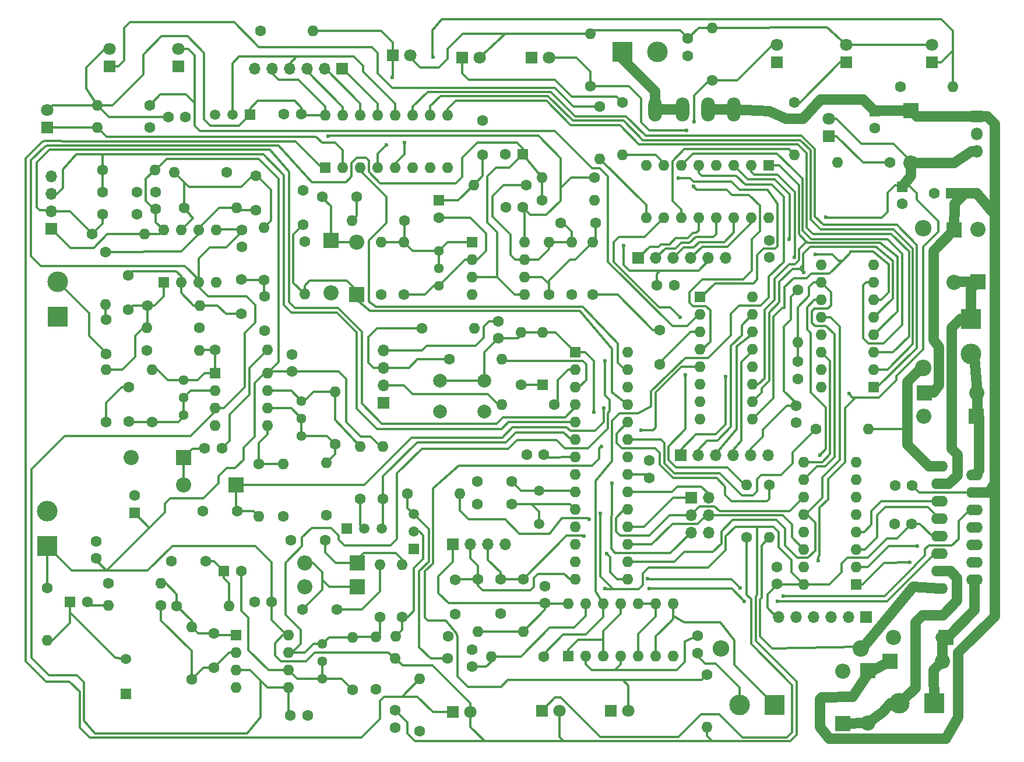
<source format=gbr>
%TF.GenerationSoftware,KiCad,Pcbnew,7.0.11+dfsg-1build4*%
%TF.CreationDate,2025-02-02T21:03:24-06:00*%
%TF.ProjectId,ControlBoard,436f6e74-726f-46c4-926f-6172642e6b69,rev?*%
%TF.SameCoordinates,Original*%
%TF.FileFunction,Copper,L2,Bot*%
%TF.FilePolarity,Positive*%
%FSLAX46Y46*%
G04 Gerber Fmt 4.6, Leading zero omitted, Abs format (unit mm)*
G04 Created by KiCad (PCBNEW 7.0.11+dfsg-1build4) date 2025-02-02 21:03:24*
%MOMM*%
%LPD*%
G01*
G04 APERTURE LIST*
%TA.AperFunction,ComponentPad*%
%ADD10C,1.600000*%
%TD*%
%TA.AperFunction,ComponentPad*%
%ADD11O,1.600000X1.600000*%
%TD*%
%TA.AperFunction,ComponentPad*%
%ADD12R,1.600000X1.600000*%
%TD*%
%TA.AperFunction,ComponentPad*%
%ADD13C,2.400000*%
%TD*%
%TA.AperFunction,ComponentPad*%
%ADD14O,2.400000X2.400000*%
%TD*%
%TA.AperFunction,ComponentPad*%
%ADD15O,2.000000X3.500000*%
%TD*%
%TA.AperFunction,ComponentPad*%
%ADD16R,2.200000X2.200000*%
%TD*%
%TA.AperFunction,ComponentPad*%
%ADD17O,2.200000X2.200000*%
%TD*%
%TA.AperFunction,ComponentPad*%
%ADD18R,1.800000X1.800000*%
%TD*%
%TA.AperFunction,ComponentPad*%
%ADD19C,1.800000*%
%TD*%
%TA.AperFunction,ComponentPad*%
%ADD20R,3.000000X3.000000*%
%TD*%
%TA.AperFunction,ComponentPad*%
%ADD21C,3.000000*%
%TD*%
%TA.AperFunction,ComponentPad*%
%ADD22R,1.700000X1.700000*%
%TD*%
%TA.AperFunction,ComponentPad*%
%ADD23O,1.700000X1.700000*%
%TD*%
%TA.AperFunction,ComponentPad*%
%ADD24R,1.524000X1.524000*%
%TD*%
%TA.AperFunction,ComponentPad*%
%ADD25C,1.524000*%
%TD*%
%TA.AperFunction,ComponentPad*%
%ADD26C,1.520000*%
%TD*%
%TA.AperFunction,ComponentPad*%
%ADD27R,1.520000X1.520000*%
%TD*%
%TA.AperFunction,ComponentPad*%
%ADD28C,1.440000*%
%TD*%
%TA.AperFunction,ComponentPad*%
%ADD29C,2.000000*%
%TD*%
%TA.AperFunction,ComponentPad*%
%ADD30O,1.800000X1.800000*%
%TD*%
%TA.AperFunction,ComponentPad*%
%ADD31O,2.400000X1.600000*%
%TD*%
%TA.AperFunction,ComponentPad*%
%ADD32C,1.500000*%
%TD*%
%TA.AperFunction,ViaPad*%
%ADD33C,0.600000*%
%TD*%
%TA.AperFunction,Conductor*%
%ADD34C,0.350000*%
%TD*%
%TA.AperFunction,Conductor*%
%ADD35C,1.500000*%
%TD*%
G04 APERTURE END LIST*
D10*
%TO.P,R9,1*%
%TO.N,Net-(U1A--)*%
X80390000Y-135410000D03*
D11*
%TO.P,R9,2*%
%TO.N,Net-(C49-Pad1)*%
X80390000Y-127790000D03*
%TD*%
D12*
%TO.P,U14,1*%
%TO.N,ULTRATRANS*%
X135120000Y-132040000D03*
D11*
%TO.P,U14,8*%
%TO.N,Net-(J6-Pin_1)*%
X150360000Y-124420000D03*
%TO.P,U14,2*%
%TO.N,Net-(C41-Pad1)*%
X137660000Y-132040000D03*
%TO.P,U14,9*%
%TO.N,Net-(U14-Pad10)*%
X147820000Y-124420000D03*
%TO.P,U14,3*%
%TO.N,ULTRATRANS*%
X140200000Y-132040000D03*
%TO.P,U14,10*%
%TO.N,Net-(U14-Pad10)*%
X145280000Y-124420000D03*
%TO.P,U14,4*%
%TO.N,Net-(C41-Pad1)*%
X142740000Y-132040000D03*
%TO.P,U14,11*%
%TO.N,ULTRATRANS*%
X142740000Y-124420000D03*
%TO.P,U14,5*%
%TO.N,Net-(U14-Pad10)*%
X145280000Y-132040000D03*
%TO.P,U14,12*%
%TO.N,PHOTSIG*%
X140200000Y-124420000D03*
%TO.P,U14,6*%
%TO.N,Net-(J6-Pin_1)*%
X147820000Y-132040000D03*
%TO.P,U14,13*%
%TO.N,Net-(C43-Pad1)*%
X137660000Y-124420000D03*
%TO.P,U14,7,GND*%
%TO.N,GND*%
X150360000Y-132040000D03*
%TO.P,U14,14,VCC*%
%TO.N,+5V*%
X135120000Y-124420000D03*
%TD*%
D10*
%TO.P,R19,1*%
%TO.N,GND*%
X117630000Y-129170000D03*
D11*
%TO.P,R19,2*%
%TO.N,Net-(Q1-B)*%
X110010000Y-129170000D03*
%TD*%
D12*
%TO.P,U3,1*%
%TO.N,Net-(C54-Pad1)*%
X76310000Y-77720000D03*
D11*
%TO.P,U3,5,+*%
%TO.N,2V5*%
X83930000Y-70100000D03*
%TO.P,U3,2,-*%
%TO.N,Net-(U3A--)*%
X78850000Y-77720000D03*
%TO.P,U3,6,-*%
%TO.N,Net-(U3B--)*%
X81390000Y-70100000D03*
%TO.P,U3,3,+*%
%TO.N,2V5*%
X81390000Y-77720000D03*
%TO.P,U3,7*%
%TO.N,Net-(C52-Pad1)*%
X78850000Y-70100000D03*
%TO.P,U3,4,V-*%
%TO.N,GND*%
X83930000Y-77720000D03*
%TO.P,U3,8,V+*%
%TO.N,+5V*%
X76310000Y-70100000D03*
%TD*%
D13*
%TO.P,R12,1*%
%TO.N,Net-(U8-Current_Sensing_B)*%
X177590000Y-130930000D03*
D14*
%TO.P,R12,2*%
%TO.N,GND*%
X157270000Y-130930000D03*
%TD*%
D15*
%TO.P,F1,1*%
%TO.N,Net-(J1-Pin_1)*%
X151666000Y-52578000D03*
X147716000Y-52578000D03*
%TO.P,F1,2*%
%TO.N,+12V*%
X155416000Y-52578000D03*
X159116000Y-52578000D03*
%TD*%
D12*
%TO.P,C3,1*%
%TO.N,+5V*%
X183600000Y-63800000D03*
D10*
%TO.P,C3,2*%
%TO.N,GND*%
X183600000Y-66300000D03*
%TD*%
%TO.P,C1,1*%
%TO.N,RESET*%
X124968000Y-85852000D03*
%TO.P,C1,2*%
%TO.N,Net-(J2-Pin_4)*%
X124968000Y-83352000D03*
%TD*%
D12*
%TO.P,C2,1*%
%TO.N,+12V*%
X179675000Y-52800000D03*
D10*
%TO.P,C2,2*%
%TO.N,GND*%
X179675000Y-55300000D03*
%TD*%
%TO.P,C4,1*%
%TO.N,+5V*%
X131550000Y-102775000D03*
%TO.P,C4,2*%
%TO.N,GND*%
X129050000Y-102775000D03*
%TD*%
%TO.P,C5,1*%
%TO.N,+5V*%
X168190000Y-95630000D03*
%TO.P,C5,2*%
%TO.N,GND*%
X168190000Y-98130000D03*
%TD*%
%TO.P,C6,1*%
%TO.N,+5V*%
X165400000Y-121590000D03*
%TO.P,C6,2*%
%TO.N,GND*%
X165400000Y-119090000D03*
%TD*%
%TO.P,C7,1*%
%TO.N,GND*%
X121920000Y-106680000D03*
%TO.P,C7,2*%
%TO.N,Net-(U5-(PCINT6{slash}XTAL1{slash}TOSC1)PB6)*%
X126920000Y-106680000D03*
%TD*%
%TO.P,C8,1*%
%TO.N,GND*%
X121920000Y-109982000D03*
%TO.P,C8,2*%
%TO.N,Net-(U5-(PCINT7{slash}XTAL2{slash}TOSC2)PB7)*%
X126920000Y-109982000D03*
%TD*%
%TO.P,C9,1*%
%TO.N,+5V*%
X184990000Y-112850000D03*
%TO.P,C9,2*%
%TO.N,GND*%
X182490000Y-112850000D03*
%TD*%
%TO.P,C10,1*%
%TO.N,+5V*%
X92010000Y-124210000D03*
%TO.P,C10,2*%
%TO.N,GND*%
X89510000Y-124210000D03*
%TD*%
%TO.P,C11,1*%
%TO.N,+5V*%
X147970000Y-78120000D03*
%TO.P,C11,2*%
%TO.N,GND*%
X150470000Y-78120000D03*
%TD*%
D12*
%TO.P,C12,1*%
%TO.N,Net-(MK1-+)*%
X62738000Y-124206000D03*
D10*
%TO.P,C12,2*%
%TO.N,Net-(C12-Pad2)*%
X65238000Y-124206000D03*
%TD*%
D12*
%TO.P,C13,1*%
%TO.N,2V5*%
X128470000Y-59090000D03*
D10*
%TO.P,C13,2*%
%TO.N,GND*%
X125970000Y-59090000D03*
%TD*%
D12*
%TO.P,C14,1*%
%TO.N,Net-(C14-Pad1)*%
X85075000Y-119675000D03*
D10*
%TO.P,C14,2*%
%TO.N,Net-(U1B--)*%
X87575000Y-119675000D03*
%TD*%
%TO.P,C15,1*%
%TO.N,Net-(D4-K)*%
X96530000Y-125280000D03*
%TO.P,C15,2*%
%TO.N,Net-(C15-Pad2)*%
X101530000Y-125280000D03*
%TD*%
%TO.P,C16,1*%
%TO.N,GND*%
X94770000Y-115170000D03*
%TO.P,C16,2*%
%TO.N,Net-(D5-K)*%
X99770000Y-115170000D03*
%TD*%
%TO.P,C17,1*%
%TO.N,+5V*%
X164290000Y-71570000D03*
%TO.P,C17,2*%
%TO.N,GND*%
X164290000Y-74070000D03*
%TD*%
%TO.P,C18,1*%
%TO.N,+5V*%
X66548000Y-117856000D03*
%TO.P,C18,2*%
%TO.N,GND*%
X66548000Y-115356000D03*
%TD*%
%TO.P,C19,1*%
%TO.N,+5V*%
X128500000Y-66780000D03*
%TO.P,C19,2*%
%TO.N,GND*%
X126000000Y-66780000D03*
%TD*%
D12*
%TO.P,C21,1*%
%TO.N,Net-(C21-Pad1)*%
X116332000Y-65786000D03*
D10*
%TO.P,C21,2*%
%TO.N,Net-(U2A--)*%
X116332000Y-68286000D03*
%TD*%
%TO.P,C22,1*%
%TO.N,Net-(C22-Pad1)*%
X104380000Y-65270000D03*
%TO.P,C22,2*%
%TO.N,Net-(D14-K)*%
X99380000Y-65270000D03*
%TD*%
%TO.P,C23,1*%
%TO.N,PHOTLEVELOUT*%
X96620000Y-69350000D03*
%TO.P,C23,2*%
%TO.N,GND*%
X96620000Y-64350000D03*
%TD*%
%TO.P,C24,1*%
%TO.N,+5V*%
X75184000Y-67056000D03*
%TO.P,C24,2*%
%TO.N,GND*%
X75184000Y-64556000D03*
%TD*%
%TO.P,C25,1*%
%TO.N,+5V*%
X94996000Y-90678000D03*
%TO.P,C25,2*%
%TO.N,GND*%
X94996000Y-88178000D03*
%TD*%
%TO.P,C26,1*%
%TO.N,Net-(C26-Pad1)*%
X67920000Y-83090000D03*
%TO.P,C26,2*%
%TO.N,Net-(J7-Pin_2)*%
X67920000Y-88090000D03*
%TD*%
%TO.P,C27,1*%
%TO.N,Net-(U3A--)*%
X87630000Y-82296000D03*
%TO.P,C27,2*%
%TO.N,Net-(C27-Pad2)*%
X87630000Y-77296000D03*
%TD*%
%TO.P,C28,1*%
%TO.N,Net-(U4A--)*%
X71300000Y-97960000D03*
%TO.P,C28,2*%
%TO.N,Net-(C28-Pad2)*%
X71300000Y-92960000D03*
%TD*%
%TO.P,C29,1*%
%TO.N,Net-(C29-Pad1)*%
X84780000Y-101840000D03*
%TO.P,C29,2*%
%TO.N,Net-(D16-K)*%
X82280000Y-101840000D03*
%TD*%
%TO.P,C30,1*%
%TO.N,GND*%
X81980000Y-110980000D03*
%TO.P,C30,2*%
%TO.N,ULTRASOUNDOUT*%
X86980000Y-110980000D03*
%TD*%
D12*
%TO.P,D1,1,K*%
%TO.N,+5V*%
X131350000Y-92570000D03*
D11*
%TO.P,D1,2,A*%
%TO.N,RESET*%
X131350000Y-84950000D03*
%TD*%
D16*
%TO.P,D2,1,K*%
%TO.N,+12V*%
X184900000Y-52730000D03*
D17*
%TO.P,D2,2,A*%
%TO.N,+5V*%
X184900000Y-60350000D03*
%TD*%
D18*
%TO.P,D3,1,K*%
%TO.N,Net-(D3-K)*%
X172920000Y-56410000D03*
D19*
%TO.P,D3,2,A*%
%TO.N,+5V*%
X172920000Y-53870000D03*
%TD*%
D16*
%TO.P,D6,1,K*%
%TO.N,+12V*%
X191110000Y-70070000D03*
D17*
%TO.P,D6,2,A*%
%TO.N,Net-(D6-A)*%
X191110000Y-77690000D03*
%TD*%
D16*
%TO.P,D7,1,K*%
%TO.N,Net-(D6-A)*%
X194600000Y-77620000D03*
D17*
%TO.P,D7,2,A*%
%TO.N,GND*%
X194600000Y-70000000D03*
%TD*%
D16*
%TO.P,D8,1,K*%
%TO.N,+12V*%
X178620000Y-134200000D03*
D17*
%TO.P,D8,2,A*%
%TO.N,Net-(D8-A)*%
X178620000Y-141820000D03*
%TD*%
D16*
%TO.P,D9,1,K*%
%TO.N,Net-(D8-A)*%
X175020000Y-141880000D03*
D17*
%TO.P,D9,2,A*%
%TO.N,GND*%
X175020000Y-134260000D03*
%TD*%
D16*
%TO.P,D10,1,K*%
%TO.N,+12V*%
X186860000Y-93820000D03*
D17*
%TO.P,D10,2,A*%
%TO.N,Net-(D10-A)*%
X194480000Y-93820000D03*
%TD*%
D16*
%TO.P,D11,1,K*%
%TO.N,Net-(D10-A)*%
X194410000Y-97180000D03*
D17*
%TO.P,D11,2,A*%
%TO.N,GND*%
X186790000Y-97180000D03*
%TD*%
D16*
%TO.P,D12,1,K*%
%TO.N,+12V*%
X181864000Y-132842000D03*
D17*
%TO.P,D12,2,A*%
%TO.N,Net-(D12-A)*%
X189484000Y-132842000D03*
%TD*%
D16*
%TO.P,D13,1,K*%
%TO.N,Net-(D12-A)*%
X190000000Y-129300000D03*
D17*
%TO.P,D13,2,A*%
%TO.N,GND*%
X182380000Y-129300000D03*
%TD*%
D18*
%TO.P,ID1,1,K*%
%TO.N,Net-(ID1-K)*%
X175450000Y-45710000D03*
D19*
%TO.P,ID1,2,A*%
%TO.N,+5V*%
X175450000Y-43170000D03*
%TD*%
D18*
%TO.P,ID2,1,K*%
%TO.N,Net-(ID2-K)*%
X131280000Y-139980000D03*
D19*
%TO.P,ID2,2,A*%
%TO.N,+5V*%
X133820000Y-139980000D03*
%TD*%
D18*
%TO.P,ID3,1,K*%
%TO.N,Net-(ID3-K)*%
X68500000Y-46280000D03*
D19*
%TO.P,ID3,2,A*%
%TO.N,+5V*%
X68500000Y-43740000D03*
%TD*%
D18*
%TO.P,ID4,1,K*%
%TO.N,Net-(ID4-K)*%
X119720000Y-45000000D03*
D19*
%TO.P,ID4,2,A*%
%TO.N,+5V*%
X122260000Y-45000000D03*
%TD*%
D20*
%TO.P,J1,1,Pin_1*%
%TO.N,Net-(J1-Pin_1)*%
X143002000Y-44196000D03*
D21*
%TO.P,J1,2,Pin_2*%
%TO.N,GND*%
X148082000Y-44196000D03*
%TD*%
D22*
%TO.P,J2,1,Pin_1*%
%TO.N,GND*%
X108240000Y-95190000D03*
D23*
%TO.P,J2,2,Pin_2*%
%TO.N,Net-(J2-Pin_2)*%
X108240000Y-92650000D03*
%TO.P,J2,3,Pin_3*%
%TO.N,Net-(J2-Pin_3)*%
X108240000Y-90110000D03*
%TO.P,J2,4,Pin_4*%
%TO.N,Net-(J2-Pin_4)*%
X108240000Y-87570000D03*
%TD*%
D22*
%TO.P,J3,1,Pin_1*%
%TO.N,MICTHR*%
X152925000Y-109050000D03*
D23*
%TO.P,J3,2,Pin_2*%
%TO.N,+5V*%
X155465000Y-109050000D03*
%TO.P,J3,3,Pin_3*%
%TO.N,SCK*%
X152925000Y-111590000D03*
%TO.P,J3,4,Pin_4*%
%TO.N,MOSI*%
X155465000Y-111590000D03*
%TO.P,J3,5,Pin_5*%
%TO.N,RESET*%
X152925000Y-114130000D03*
%TO.P,J3,6,Pin_6*%
%TO.N,GND*%
X155465000Y-114130000D03*
%TD*%
D20*
%TO.P,J4,1,Pin_1*%
%TO.N,Net-(D6-A)*%
X193610000Y-83050000D03*
D21*
%TO.P,J4,2,Pin_2*%
%TO.N,Net-(D10-A)*%
X193610000Y-88130000D03*
%TD*%
D20*
%TO.P,J5,1,Pin_1*%
%TO.N,Net-(D12-A)*%
X188290000Y-138950000D03*
D21*
%TO.P,J5,2,Pin_2*%
%TO.N,Net-(D8-A)*%
X183210000Y-138950000D03*
%TD*%
D20*
%TO.P,J6,1,Pin_1*%
%TO.N,Net-(J6-Pin_1)*%
X165050000Y-139180000D03*
D21*
%TO.P,J6,2,Pin_2*%
%TO.N,Net-(J6-Pin_2)*%
X159970000Y-139180000D03*
%TD*%
D20*
%TO.P,J7,1,Pin_1*%
%TO.N,GND*%
X60970000Y-82700000D03*
D21*
%TO.P,J7,2,Pin_2*%
%TO.N,Net-(J7-Pin_2)*%
X60970000Y-77620000D03*
%TD*%
D24*
%TO.P,MK1,1,-*%
%TO.N,GND*%
X70870000Y-137530000D03*
D25*
%TO.P,MK1,2,+*%
%TO.N,Net-(MK1-+)*%
X70870000Y-132450000D03*
%TD*%
D18*
%TO.P,PDT1,1,E*%
%TO.N,Net-(PDT1-E)*%
X118364000Y-140208000D03*
D19*
%TO.P,PDT1,2,C*%
%TO.N,+5V*%
X120904000Y-140208000D03*
%TD*%
D18*
%TO.P,PDT2,1,E*%
%TO.N,Net-(PDT2-E)*%
X187960000Y-45720000D03*
D19*
%TO.P,PDT2,2,C*%
%TO.N,+5V*%
X187960000Y-43180000D03*
%TD*%
D18*
%TO.P,PDT3,1,E*%
%TO.N,Net-(PDT3-E)*%
X59450000Y-55175000D03*
D19*
%TO.P,PDT3,2,C*%
%TO.N,+5V*%
X59450000Y-52635000D03*
%TD*%
D18*
%TO.P,PDT4,1,E*%
%TO.N,Net-(PDT4-E)*%
X109610000Y-44650000D03*
D19*
%TO.P,PDT4,2,C*%
%TO.N,+5V*%
X112150000Y-44650000D03*
%TD*%
D18*
%TO.P,PT1,1,E*%
%TO.N,GND*%
X165430000Y-45710000D03*
D19*
%TO.P,PT1,2,C*%
%TO.N,Net-(PT1-C)*%
X165430000Y-43170000D03*
%TD*%
D18*
%TO.P,PT2,1,E*%
%TO.N,GND*%
X141290000Y-139980000D03*
D19*
%TO.P,PT2,2,C*%
%TO.N,Net-(PT2-C)*%
X143830000Y-139980000D03*
%TD*%
D18*
%TO.P,PT3,1,E*%
%TO.N,GND*%
X78500000Y-46280000D03*
D19*
%TO.P,PT3,2,C*%
%TO.N,Net-(PT3-C)*%
X78500000Y-43740000D03*
%TD*%
D18*
%TO.P,PT4,1,E*%
%TO.N,GND*%
X129730000Y-45000000D03*
D19*
%TO.P,PT4,2,C*%
%TO.N,Net-(PT4-C)*%
X132270000Y-45000000D03*
%TD*%
D26*
%TO.P,Q1,2,B*%
%TO.N,Net-(Q1-B)*%
X112650000Y-113970000D03*
%TO.P,Q1,3,C*%
%TO.N,Net-(Q1-C)*%
X112650000Y-111430000D03*
D27*
%TO.P,Q1,1,E*%
%TO.N,GND*%
X112650000Y-116510000D03*
%TD*%
D26*
%TO.P,Q2,2,B*%
%TO.N,Net-(Q2-B)*%
X105465000Y-113550000D03*
%TO.P,Q2,3,C*%
%TO.N,ULTRASOUNDTHR*%
X108005000Y-113550000D03*
D27*
%TO.P,Q2,1,E*%
%TO.N,GND*%
X102925000Y-113550000D03*
%TD*%
D10*
%TO.P,R1,1*%
%TO.N,Net-(J2-Pin_3)*%
X113860000Y-84380000D03*
D11*
%TO.P,R1,2*%
%TO.N,GND*%
X121480000Y-84380000D03*
%TD*%
D10*
%TO.P,R2,1*%
%TO.N,Net-(J2-Pin_3)*%
X117856000Y-88900000D03*
D11*
%TO.P,R2,2*%
%TO.N,TXD*%
X125476000Y-88900000D03*
%TD*%
D10*
%TO.P,R3,1*%
%TO.N,+5V*%
X128240000Y-92590000D03*
D11*
%TO.P,R3,2*%
%TO.N,RESET*%
X128240000Y-84970000D03*
%TD*%
D10*
%TO.P,R4,1*%
%TO.N,Net-(D3-K)*%
X181825000Y-60275000D03*
D11*
%TO.P,R4,2*%
%TO.N,GND*%
X174205000Y-60275000D03*
%TD*%
D10*
%TO.P,R5,1*%
%TO.N,+5V*%
X59436000Y-122174000D03*
D11*
%TO.P,R5,2*%
%TO.N,Net-(MK1-+)*%
X59436000Y-129794000D03*
%TD*%
D10*
%TO.P,R6,1*%
%TO.N,+5V*%
X138938000Y-62484000D03*
D11*
%TO.P,R6,2*%
%TO.N,2V5*%
X131318000Y-62484000D03*
%TD*%
D10*
%TO.P,R7,1*%
%TO.N,2V5*%
X131318000Y-65786000D03*
D11*
%TO.P,R7,2*%
%TO.N,GND*%
X138938000Y-65786000D03*
%TD*%
D10*
%TO.P,R8,1*%
%TO.N,Net-(U1A--)*%
X75946000Y-124714000D03*
D11*
%TO.P,R8,2*%
%TO.N,Net-(C12-Pad2)*%
X68326000Y-124714000D03*
%TD*%
D10*
%TO.P,R10,1*%
%TO.N,GND*%
X68280000Y-121500000D03*
D11*
%TO.P,R10,2*%
%TO.N,Net-(C49-Pad1)*%
X75900000Y-121500000D03*
%TD*%
D13*
%TO.P,R11,1*%
%TO.N,Net-(U8-Current_Sensing_A)*%
X186690000Y-90170000D03*
D14*
%TO.P,R11,2*%
%TO.N,GND*%
X186690000Y-69850000D03*
%TD*%
D10*
%TO.P,R13,1*%
%TO.N,CURSEN2*%
X164338000Y-107188000D03*
D11*
%TO.P,R13,2*%
%TO.N,Net-(U8-Current_Sensing_B)*%
X164338000Y-114808000D03*
%TD*%
D10*
%TO.P,R14,1*%
%TO.N,Net-(C49-Pad1)*%
X78220000Y-124740000D03*
D11*
%TO.P,R14,2*%
%TO.N,Net-(C14-Pad1)*%
X85840000Y-124740000D03*
%TD*%
D10*
%TO.P,R15,1*%
%TO.N,CURSEN1*%
X171070000Y-99020000D03*
D11*
%TO.P,R15,2*%
%TO.N,Net-(U8-Current_Sensing_A)*%
X178690000Y-99020000D03*
%TD*%
D10*
%TO.P,R16,1*%
%TO.N,Net-(U1B--)*%
X103750000Y-136970000D03*
D11*
%TO.P,R16,2*%
%TO.N,MICOUT*%
X103750000Y-129350000D03*
%TD*%
D10*
%TO.P,R17,1*%
%TO.N,GND*%
X107188000Y-136906000D03*
D11*
%TO.P,R17,2*%
%TO.N,MICOUT*%
X107188000Y-129286000D03*
%TD*%
D10*
%TO.P,R18,1*%
%TO.N,Net-(Q1-B)*%
X110950000Y-126370000D03*
D11*
%TO.P,R18,2*%
%TO.N,Net-(D5-K)*%
X110950000Y-118750000D03*
%TD*%
D10*
%TO.P,R20,1*%
%TO.N,Net-(Q1-C)*%
X117570000Y-132380000D03*
D11*
%TO.P,R20,2*%
%TO.N,+5V*%
X109950000Y-132380000D03*
%TD*%
D10*
%TO.P,R21,1*%
%TO.N,+5V*%
X168420000Y-78820000D03*
D11*
%TO.P,R21,2*%
%TO.N,CLROUT*%
X168420000Y-86440000D03*
%TD*%
D10*
%TO.P,R22,1*%
%TO.N,MICOUT*%
X107790000Y-126400000D03*
D11*
%TO.P,R22,2*%
%TO.N,Net-(C15-Pad2)*%
X107790000Y-118780000D03*
%TD*%
D10*
%TO.P,R23,1*%
%TO.N,Net-(PT4-C)*%
X138340000Y-49130000D03*
D11*
%TO.P,R23,2*%
%TO.N,+5V*%
X138340000Y-41510000D03*
%TD*%
D10*
%TO.P,R24,1*%
%TO.N,Net-(R24-Pad1)*%
X111340000Y-68700000D03*
D11*
%TO.P,R24,2*%
%TO.N,Net-(C22-Pad1)*%
X103720000Y-68700000D03*
%TD*%
D10*
%TO.P,R25,1*%
%TO.N,Net-(PT3-C)*%
X74270000Y-51920000D03*
D11*
%TO.P,R25,2*%
%TO.N,+5V*%
X66650000Y-51920000D03*
%TD*%
D10*
%TO.P,R26,1*%
%TO.N,Net-(PT2-C)*%
X155230000Y-134780000D03*
D11*
%TO.P,R26,2*%
%TO.N,+5V*%
X155230000Y-142400000D03*
%TD*%
D10*
%TO.P,R27,1*%
%TO.N,Net-(R27-Pad1)*%
X83800000Y-87500000D03*
D11*
%TO.P,R27,2*%
%TO.N,Net-(C29-Pad1)*%
X91420000Y-87500000D03*
%TD*%
D10*
%TO.P,R28,1*%
%TO.N,Net-(PT1-C)*%
X155990000Y-48340000D03*
D11*
%TO.P,R28,2*%
%TO.N,+5V*%
X155990000Y-40720000D03*
%TD*%
D10*
%TO.P,R32,1*%
%TO.N,GND*%
X90424000Y-41148000D03*
D11*
%TO.P,R32,2*%
%TO.N,Net-(PDT4-E)*%
X98044000Y-41148000D03*
%TD*%
D10*
%TO.P,R35,1*%
%TO.N,GND*%
X74290000Y-55170000D03*
D11*
%TO.P,R35,2*%
%TO.N,Net-(PDT3-E)*%
X66670000Y-55170000D03*
%TD*%
D10*
%TO.P,R36,1*%
%TO.N,GND*%
X183388000Y-49276000D03*
D11*
%TO.P,R36,2*%
%TO.N,Net-(PDT2-E)*%
X191008000Y-49276000D03*
%TD*%
D10*
%TO.P,R37,1*%
%TO.N,GND*%
X113500000Y-143000000D03*
D11*
%TO.P,R37,2*%
%TO.N,Net-(PDT1-E)*%
X113500000Y-135380000D03*
%TD*%
D10*
%TO.P,R38,1*%
%TO.N,Net-(ID1-K)*%
X167950000Y-51520000D03*
D11*
%TO.P,R38,2*%
%TO.N,Net-(U11-O4)*%
X167950000Y-59140000D03*
%TD*%
D10*
%TO.P,R39,1*%
%TO.N,Net-(ID2-K)*%
X161036000Y-114808000D03*
D11*
%TO.P,R39,2*%
%TO.N,Net-(U11-O5)*%
X161036000Y-107188000D03*
%TD*%
D10*
%TO.P,R40,1*%
%TO.N,Net-(ID3-K)*%
X139710000Y-52120000D03*
D11*
%TO.P,R40,2*%
%TO.N,Net-(U11-O6)*%
X139710000Y-59740000D03*
%TD*%
D10*
%TO.P,R41,1*%
%TO.N,Net-(ID4-K)*%
X143002000Y-51562000D03*
D11*
%TO.P,R41,2*%
%TO.N,Net-(U11-O7)*%
X143002000Y-59182000D03*
%TD*%
D10*
%TO.P,R42,1*%
%TO.N,Net-(C20-Pad1)*%
X138684000Y-79502000D03*
D11*
%TO.P,R42,2*%
%TO.N,Net-(U2B--)*%
X138684000Y-71882000D03*
%TD*%
D10*
%TO.P,R43,1*%
%TO.N,Net-(U2B--)*%
X132334000Y-79502000D03*
D11*
%TO.P,R43,2*%
%TO.N,Net-(C48-Pad1)*%
X132334000Y-71882000D03*
%TD*%
D10*
%TO.P,R44,1*%
%TO.N,GND*%
X135636000Y-79502000D03*
D11*
%TO.P,R44,2*%
%TO.N,Net-(C48-Pad1)*%
X135636000Y-71882000D03*
%TD*%
D10*
%TO.P,R45,1*%
%TO.N,Net-(C48-Pad1)*%
X128970000Y-63560000D03*
D11*
%TO.P,R45,2*%
%TO.N,Net-(C21-Pad1)*%
X121350000Y-63560000D03*
%TD*%
D10*
%TO.P,R46,1*%
%TO.N,Net-(U2A--)*%
X111252000Y-79502000D03*
D11*
%TO.P,R46,2*%
%TO.N,Net-(R24-Pad1)*%
X111252000Y-71882000D03*
%TD*%
D10*
%TO.P,R47,1*%
%TO.N,GND*%
X107950000Y-79502000D03*
D11*
%TO.P,R47,2*%
%TO.N,Net-(R24-Pad1)*%
X107950000Y-71882000D03*
%TD*%
D10*
%TO.P,R48,1*%
%TO.N,GND*%
X96800000Y-71800000D03*
D11*
%TO.P,R48,2*%
%TO.N,PHOTLEVELOUT*%
X96800000Y-79420000D03*
%TD*%
D10*
%TO.P,R50,1*%
%TO.N,Net-(U3B--)*%
X67890000Y-73250000D03*
D11*
%TO.P,R50,2*%
%TO.N,Net-(C26-Pad1)*%
X67890000Y-80870000D03*
%TD*%
D10*
%TO.P,R51,1*%
%TO.N,Net-(C52-Pad1)*%
X79290000Y-66860000D03*
D11*
%TO.P,R51,2*%
%TO.N,Net-(U3B--)*%
X86910000Y-66860000D03*
%TD*%
D10*
%TO.P,R52,1*%
%TO.N,GND*%
X85470000Y-61660000D03*
D11*
%TO.P,R52,2*%
%TO.N,Net-(C52-Pad1)*%
X77850000Y-61660000D03*
%TD*%
D10*
%TO.P,R53,1*%
%TO.N,Net-(C27-Pad2)*%
X90910000Y-77340000D03*
D11*
%TO.P,R53,2*%
%TO.N,Net-(C52-Pad1)*%
X90910000Y-69720000D03*
%TD*%
D10*
%TO.P,R54,1*%
%TO.N,Net-(C54-Pad1)*%
X73950000Y-81040000D03*
D11*
%TO.P,R54,2*%
%TO.N,Net-(U3A--)*%
X81570000Y-81040000D03*
%TD*%
D10*
%TO.P,R55,1*%
%TO.N,GND*%
X81530000Y-84320000D03*
D11*
%TO.P,R55,2*%
%TO.N,Net-(C54-Pad1)*%
X73910000Y-84320000D03*
%TD*%
D10*
%TO.P,R56,1*%
%TO.N,Net-(C28-Pad2)*%
X67920000Y-97990000D03*
D11*
%TO.P,R56,2*%
%TO.N,Net-(C54-Pad1)*%
X67920000Y-90370000D03*
%TD*%
D10*
%TO.P,R57,1*%
%TO.N,Net-(U4A--)*%
X74676000Y-98044000D03*
D11*
%TO.P,R57,2*%
%TO.N,Net-(R27-Pad1)*%
X74676000Y-90424000D03*
%TD*%
D10*
%TO.P,R58,1*%
%TO.N,GND*%
X73914000Y-87630000D03*
D11*
%TO.P,R58,2*%
%TO.N,Net-(R27-Pad1)*%
X81534000Y-87630000D03*
%TD*%
D10*
%TO.P,R59,1*%
%TO.N,Net-(U4B-+)*%
X90170000Y-104140000D03*
D11*
%TO.P,R59,2*%
%TO.N,ULTRASOUNDOUT*%
X90170000Y-111760000D03*
%TD*%
D10*
%TO.P,R60,1*%
%TO.N,GND*%
X93726000Y-111760000D03*
D11*
%TO.P,R60,2*%
%TO.N,Net-(U4B-+)*%
X93726000Y-104140000D03*
%TD*%
D10*
%TO.P,R61,1*%
%TO.N,GND*%
X99970000Y-111560000D03*
D11*
%TO.P,R61,2*%
%TO.N,Net-(U4B--)*%
X99970000Y-103940000D03*
%TD*%
D10*
%TO.P,R62,1*%
%TO.N,Net-(U4B--)*%
X101250000Y-101250000D03*
D11*
%TO.P,R62,2*%
%TO.N,Net-(R62-Pad2)*%
X101250000Y-93630000D03*
%TD*%
D10*
%TO.P,R63,1*%
%TO.N,Net-(Q2-B)*%
X104902000Y-109220000D03*
D11*
%TO.P,R63,2*%
%TO.N,Net-(R62-Pad2)*%
X104902000Y-101600000D03*
%TD*%
D10*
%TO.P,R64,1*%
%TO.N,ULTRASOUNDTHR*%
X108204000Y-109220000D03*
D11*
%TO.P,R64,2*%
%TO.N,+5V*%
X108204000Y-101600000D03*
%TD*%
D28*
%TO.P,RV1,1,1*%
%TO.N,MICOUT*%
X99410000Y-130310000D03*
%TO.P,RV1,2,2*%
%TO.N,Net-(U1B--)*%
X99410000Y-132850000D03*
%TO.P,RV1,3,3*%
X99410000Y-135390000D03*
%TD*%
%TO.P,RV2,1,1*%
%TO.N,Net-(R24-Pad1)*%
X116332000Y-73152000D03*
%TO.P,RV2,2,2*%
X116332000Y-75692000D03*
%TO.P,RV2,3,3*%
%TO.N,Net-(U2A--)*%
X116332000Y-78232000D03*
%TD*%
%TO.P,RV3,1,1*%
%TO.N,Net-(R27-Pad1)*%
X79248000Y-91948000D03*
%TO.P,RV3,2,2*%
%TO.N,Net-(U4A--)*%
X79248000Y-94488000D03*
%TO.P,RV3,3,3*%
X79248000Y-97028000D03*
%TD*%
%TO.P,RV4,1,1*%
%TO.N,Net-(R62-Pad2)*%
X96340000Y-94940000D03*
%TO.P,RV4,2,2*%
%TO.N,Net-(U4B--)*%
X96340000Y-97480000D03*
%TO.P,RV4,3,3*%
X96340000Y-100020000D03*
%TD*%
D29*
%TO.P,SW1,2,2*%
%TO.N,RESET*%
X122936000Y-92020000D03*
%TO.P,SW1,1,1*%
%TO.N,GND*%
X122936000Y-96520000D03*
%TO.P,SW1,2,2*%
%TO.N,RESET*%
X116436000Y-92020000D03*
%TO.P,SW1,1,1*%
%TO.N,GND*%
X116436000Y-96520000D03*
%TD*%
D12*
%TO.P,U5,1,(PCINT14/~{RESET})PC6*%
%TO.N,RESET*%
X136144000Y-87884000D03*
D11*
%TO.P,U5,15,(PCINT1/OC1A)PB1*%
%TO.N,Net-(J21-Pin_3)*%
X143764000Y-120904000D03*
%TO.P,U5,2,(PCINT16/RXD)PD0*%
%TO.N,RXD*%
X136144000Y-90424000D03*
%TO.P,U5,16,(PCINT2/OC1B/~{SS})PB2*%
%TO.N,LATCH*%
X143764000Y-118364000D03*
%TO.P,U5,3,(PCINT17/TXD)PD1*%
%TO.N,TXD*%
X136144000Y-92964000D03*
%TO.P,U5,17,(PCINT3/OC2A/MOSI)PB3*%
%TO.N,MOSI*%
X143764000Y-115824000D03*
%TO.P,U5,4,(PCINT18/INT0)PD2*%
%TO.N,Net-(J19-Pin_2)*%
X136144000Y-95504000D03*
%TO.P,U5,18,(PCINT4/MISO)PB4*%
%TO.N,MICTHR*%
X143764000Y-113284000D03*
%TO.P,U5,5,(PCINT19/OC2B/INT1)PD3*%
%TO.N,Net-(J19-Pin_3)*%
X136144000Y-98044000D03*
%TO.P,U5,19,(PCINT5/SCK)PB5*%
%TO.N,SCK*%
X143764000Y-110744000D03*
%TO.P,U5,6,(PCINT20/XCK/T0)PD4*%
%TO.N,ULTRASOUNDTHR*%
X136144000Y-100584000D03*
%TO.P,U5,20,AVCC*%
%TO.N,+5V*%
X143764000Y-108204000D03*
%TO.P,U5,7,VCC*%
X136144000Y-103124000D03*
%TO.P,U5,21,AREF*%
%TO.N,Net-(U5-AREF)*%
X143764000Y-105664000D03*
%TO.P,U5,8,GND*%
%TO.N,GND*%
X136144000Y-105664000D03*
%TO.P,U5,22,GND*%
X143764000Y-103124000D03*
%TO.P,U5,9,(PCINT6/XTAL1/TOSC1)PB6*%
%TO.N,Net-(U5-(PCINT6{slash}XTAL1{slash}TOSC1)PB6)*%
X136144000Y-108204000D03*
%TO.P,U5,23,(PCINT8/ADC0)PC0*%
%TO.N,CURSEN1*%
X143764000Y-100584000D03*
%TO.P,U5,10,(PCINT7/XTAL2/TOSC2)PB7*%
%TO.N,Net-(U5-(PCINT7{slash}XTAL2{slash}TOSC2)PB7)*%
X136144000Y-110744000D03*
%TO.P,U5,24,(PCINT9/ADC1)PC1*%
%TO.N,CURSEN2*%
X143764000Y-98044000D03*
%TO.P,U5,11,(PCINT21/OC0B/T1)PD5*%
%TO.N,MOTORPWM1*%
X136144000Y-113284000D03*
%TO.P,U5,25,(PCINT10/ADC2)PC2*%
%TO.N,PHOTLEVELOUT*%
X143764000Y-95504000D03*
%TO.P,U5,12,(PCINT22/OC0A/AIN0)PD6*%
%TO.N,MOTORPWM2*%
X136144000Y-115824000D03*
%TO.P,U5,26,(PCINT11/ADC3)PC3*%
%TO.N,ULTRASOUNDOUT*%
X143764000Y-92964000D03*
%TO.P,U5,13,(PCINT23/AIN1)PD7*%
%TO.N,ULTRATRANS*%
X136144000Y-118364000D03*
%TO.P,U5,27,(PCINT12/SDA/ADC4)PC4*%
%TO.N,LIGHTLEVEL*%
X143764000Y-90424000D03*
%TO.P,U5,14,(PCINT0/CLKO/ICP1)PB0*%
%TO.N,Net-(J21-Pin_2)*%
X136144000Y-120904000D03*
%TO.P,U5,28,(PCINT13/SCL/ADC5)PC5*%
%TO.N,MICOUT*%
X143764000Y-87884000D03*
%TD*%
D18*
%TO.P,U6,1,VI*%
%TO.N,+12V*%
X194450000Y-53600000D03*
D30*
%TO.P,U6,2,GND*%
%TO.N,GND*%
X194450000Y-56140000D03*
%TO.P,U6,3,VO*%
%TO.N,+5V*%
X194450000Y-58680000D03*
%TD*%
D12*
%TO.P,U7,1,QB*%
%TO.N,MTRIN4*%
X176940000Y-121620000D03*
D11*
%TO.P,U7,9,~{QH}*%
%TO.N,Net-(U7-~{QH})*%
X169320000Y-103840000D03*
%TO.P,U7,2,QC*%
%TO.N,MTRIN3*%
X176940000Y-119080000D03*
%TO.P,U7,10,SRCLR*%
%TO.N,CLROUT*%
X169320000Y-106380000D03*
%TO.P,U7,3,QD*%
%TO.N,MTRIN2*%
X176940000Y-116540000D03*
%TO.P,U7,11,SRCLK*%
%TO.N,SCK*%
X169320000Y-108920000D03*
%TO.P,U7,4,QE*%
%TO.N,MTRIN1*%
X176940000Y-114000000D03*
%TO.P,U7,12,RCLK*%
%TO.N,LATCH*%
X169320000Y-111460000D03*
%TO.P,U7,5,QF*%
%TO.N,Net-(J20-Pin_2)*%
X176940000Y-111460000D03*
%TO.P,U7,13,G*%
%TO.N,GND*%
X169320000Y-114000000D03*
%TO.P,U7,6,QG*%
%TO.N,Net-(J20-Pin_3)*%
X176940000Y-108920000D03*
%TO.P,U7,14,SER*%
%TO.N,MOSI*%
X169320000Y-116540000D03*
%TO.P,U7,7,QH*%
%TO.N,Net-(J20-Pin_4)*%
X176940000Y-106380000D03*
%TO.P,U7,15,QA*%
%TO.N,Net-(J20-Pin_5)*%
X169320000Y-119080000D03*
%TO.P,U7,8,GND*%
%TO.N,GND*%
X176940000Y-103840000D03*
%TO.P,U7,16,VCC*%
%TO.N,+5V*%
X169320000Y-121620000D03*
%TD*%
D31*
%TO.P,U8,1,Current_Sensing_A*%
%TO.N,Net-(U8-Current_Sensing_A)*%
X189050000Y-104490000D03*
%TO.P,U8,2,OUT_1*%
%TO.N,Net-(D10-A)*%
X194130000Y-105760000D03*
%TO.P,U8,3,OUT_2*%
%TO.N,Net-(D6-A)*%
X189050000Y-107030000D03*
%TO.P,U8,4,Vs*%
%TO.N,+12V*%
X194130000Y-108300000D03*
%TO.P,U8,5,IN_1*%
%TO.N,MTRIN1*%
X189050000Y-109570000D03*
%TO.P,U8,6,EN_A*%
%TO.N,MOTORPWM1*%
X194130000Y-110840000D03*
%TO.P,U8,7,IN_2*%
%TO.N,MTRIN2*%
X189050000Y-112110000D03*
%TO.P,U8,8,GND*%
%TO.N,GND*%
X194130000Y-113380000D03*
%TO.P,U8,9,Vss*%
%TO.N,+5V*%
X189050000Y-114650000D03*
%TO.P,U8,10,IN_3*%
%TO.N,MTRIN3*%
X194130000Y-115920000D03*
%TO.P,U8,11,EN_B*%
%TO.N,MOTORPWM2*%
X189050000Y-117190000D03*
%TO.P,U8,12,IN_4*%
%TO.N,MTRIN4*%
X194130000Y-118460000D03*
%TO.P,U8,13,OUT_3*%
%TO.N,Net-(D8-A)*%
X189050000Y-119730000D03*
%TO.P,U8,14,OUT_4*%
%TO.N,Net-(D12-A)*%
X194130000Y-121000000D03*
%TO.P,U8,15,Current_Sensing_B*%
%TO.N,Net-(U8-Current_Sensing_B)*%
X189050000Y-122270000D03*
%TD*%
D12*
%TO.P,U9,1,QB*%
%TO.N,LIGHTSELA*%
X179502000Y-92960000D03*
D11*
%TO.P,U9,9,~{QH}*%
%TO.N,unconnected-(U9-~{QH}-Pad9)*%
X171882000Y-75180000D03*
%TO.P,U9,2,QC*%
%TO.N,LIGHTSELB*%
X179502000Y-90420000D03*
%TO.P,U9,10,SRCLR*%
%TO.N,CLROUT*%
X171882000Y-77720000D03*
%TO.P,U9,3,QD*%
%TO.N,LIGHTSELC*%
X179502000Y-87880000D03*
%TO.P,U9,11,SRCLK*%
%TO.N,SCK*%
X171882000Y-80260000D03*
%TO.P,U9,4,QE*%
%TO.N,PHOTSELA*%
X179502000Y-85340000D03*
%TO.P,U9,12,RCLK*%
%TO.N,LATCH*%
X171882000Y-82800000D03*
%TO.P,U9,5,QF*%
%TO.N,PHOTSELB*%
X179502000Y-82800000D03*
%TO.P,U9,13,G*%
%TO.N,GND*%
X171882000Y-85340000D03*
%TO.P,U9,6,QG*%
%TO.N,PHOTSELC*%
X179502000Y-80260000D03*
%TO.P,U9,14,SER*%
%TO.N,Net-(U7-~{QH})*%
X171882000Y-87880000D03*
%TO.P,U9,7,QH*%
%TO.N,PHOTSELON*%
X179502000Y-77720000D03*
%TO.P,U9,15,QA*%
%TO.N,unconnected-(U9-QA-Pad15)*%
X171882000Y-90420000D03*
%TO.P,U9,8,GND*%
%TO.N,GND*%
X179502000Y-75180000D03*
%TO.P,U9,16,VCC*%
%TO.N,+5V*%
X171882000Y-92960000D03*
%TD*%
D26*
%TO.P,U10,2,Vout*%
%TO.N,Net-(J18-Pin_4)*%
X86310000Y-53340000D03*
%TO.P,U10,3,GND*%
%TO.N,GND*%
X83770000Y-53340000D03*
D27*
%TO.P,U10,1,Vs*%
%TO.N,+5V*%
X88850000Y-53340000D03*
%TD*%
D12*
%TO.P,U11,1,A0*%
%TO.N,PHOTSELA*%
X164210000Y-60690000D03*
D11*
%TO.P,U11,9,O6*%
%TO.N,Net-(U11-O6)*%
X146430000Y-68310000D03*
%TO.P,U11,2,A1*%
%TO.N,PHOTSELB*%
X161670000Y-60690000D03*
%TO.P,U11,10,O5*%
%TO.N,Net-(U11-O5)*%
X148970000Y-68310000D03*
%TO.P,U11,3,A2*%
%TO.N,PHOTSELC*%
X159130000Y-60690000D03*
%TO.P,U11,11,O4*%
%TO.N,Net-(U11-O4)*%
X151510000Y-68310000D03*
%TO.P,U11,4,E1*%
%TO.N,GND*%
X156590000Y-60690000D03*
%TO.P,U11,12,O3*%
%TO.N,Net-(J17-Pin_1)*%
X154050000Y-68310000D03*
%TO.P,U11,5,E2*%
%TO.N,PHOTSIG*%
X154050000Y-60690000D03*
%TO.P,U11,13,O2*%
%TO.N,Net-(J17-Pin_2)*%
X156590000Y-68310000D03*
%TO.P,U11,6,E3*%
%TO.N,PHOTSELON*%
X151510000Y-60690000D03*
%TO.P,U11,14,O1*%
%TO.N,Net-(J17-Pin_3)*%
X159130000Y-68310000D03*
%TO.P,U11,7,O7*%
%TO.N,Net-(U11-O7)*%
X148970000Y-60690000D03*
%TO.P,U11,15,O0*%
%TO.N,Net-(J17-Pin_4)*%
X161670000Y-68310000D03*
%TO.P,U11,8,GND*%
%TO.N,GND*%
X146430000Y-60690000D03*
%TO.P,U11,16,VCC*%
%TO.N,+5V*%
X164210000Y-68310000D03*
%TD*%
D12*
%TO.P,U12,1,X4*%
%TO.N,Net-(PT1-C)*%
X154240000Y-79830000D03*
D11*
%TO.P,U12,9,C*%
%TO.N,PHOTSELC*%
X161860000Y-97610000D03*
%TO.P,U12,2,X6*%
%TO.N,Net-(PT3-C)*%
X154240000Y-82370000D03*
%TO.P,U12,10,B*%
%TO.N,PHOTSELB*%
X161860000Y-95070000D03*
%TO.P,U12,3,X*%
%TO.N,Net-(U12-X)*%
X154240000Y-84910000D03*
%TO.P,U12,11,A*%
%TO.N,PHOTSELA*%
X161860000Y-92530000D03*
%TO.P,U12,4,X7*%
%TO.N,Net-(PT4-C)*%
X154240000Y-87450000D03*
%TO.P,U12,12,X3*%
%TO.N,Net-(J16-Pin_1)*%
X161860000Y-89990000D03*
%TO.P,U12,5,X5*%
%TO.N,Net-(PT2-C)*%
X154240000Y-89990000D03*
%TO.P,U12,13,X0*%
%TO.N,Net-(J16-Pin_4)*%
X161860000Y-87450000D03*
%TO.P,U12,6,Inh*%
%TO.N,GND*%
X154240000Y-92530000D03*
%TO.P,U12,14,X1*%
%TO.N,Net-(J16-Pin_3)*%
X161860000Y-84910000D03*
%TO.P,U12,7,VEE*%
%TO.N,GND*%
X154240000Y-95070000D03*
%TO.P,U12,15,X2*%
%TO.N,Net-(J16-Pin_2)*%
X161860000Y-82370000D03*
%TO.P,U12,8,VSS*%
%TO.N,GND*%
X154240000Y-97610000D03*
%TO.P,U12,16,VDD*%
%TO.N,+5V*%
X161860000Y-79830000D03*
%TD*%
D12*
%TO.P,U13,1,X4*%
%TO.N,Net-(PDT1-E)*%
X99820000Y-61040000D03*
D11*
%TO.P,U13,9,C*%
%TO.N,LIGHTSELC*%
X117600000Y-53420000D03*
%TO.P,U13,2,X6*%
%TO.N,Net-(PDT3-E)*%
X102360000Y-61040000D03*
%TO.P,U13,10,B*%
%TO.N,LIGHTSELB*%
X115060000Y-53420000D03*
%TO.P,U13,3,X*%
%TO.N,LIGHTLEVEL*%
X104900000Y-61040000D03*
%TO.P,U13,11,A*%
%TO.N,LIGHTSELA*%
X112520000Y-53420000D03*
%TO.P,U13,4,X7*%
%TO.N,Net-(PDT4-E)*%
X107440000Y-61040000D03*
%TO.P,U13,12,X3*%
%TO.N,Net-(J18-Pin_4)*%
X109980000Y-53420000D03*
%TO.P,U13,5,X5*%
%TO.N,Net-(PDT2-E)*%
X109980000Y-61040000D03*
%TO.P,U13,13,X0*%
%TO.N,Net-(J18-Pin_1)*%
X107440000Y-53420000D03*
%TO.P,U13,6,Inh*%
%TO.N,GND*%
X112520000Y-61040000D03*
%TO.P,U13,14,X1*%
%TO.N,Net-(J18-Pin_2)*%
X104900000Y-53420000D03*
%TO.P,U13,7,VEE*%
%TO.N,GND*%
X115060000Y-61040000D03*
%TO.P,U13,15,X2*%
%TO.N,Net-(J18-Pin_3)*%
X102360000Y-53420000D03*
%TO.P,U13,8,VSS*%
%TO.N,GND*%
X117600000Y-61040000D03*
%TO.P,U13,16,VDD*%
%TO.N,+5V*%
X99820000Y-53420000D03*
%TD*%
D32*
%TO.P,Y1,1,1*%
%TO.N,Net-(U5-(PCINT7{slash}XTAL2{slash}TOSC2)PB7)*%
X130870000Y-112850000D03*
%TO.P,Y1,2,2*%
%TO.N,Net-(U5-(PCINT6{slash}XTAL1{slash}TOSC1)PB6)*%
X130870000Y-107970000D03*
%TD*%
D10*
%TO.P,C31,1*%
%TO.N,+12V*%
X185070000Y-107260000D03*
%TO.P,C31,2*%
%TO.N,GND*%
X182570000Y-107260000D03*
%TD*%
D12*
%TO.P,C32,1*%
%TO.N,+12V*%
X190754000Y-64770000D03*
D10*
%TO.P,C32,2*%
%TO.N,GND*%
X188254000Y-64770000D03*
%TD*%
%TO.P,C33,1*%
%TO.N,+5V*%
X96310000Y-53230000D03*
%TO.P,C33,2*%
%TO.N,GND*%
X93810000Y-53230000D03*
%TD*%
D22*
%TO.P,J16,1,Pin_1*%
%TO.N,Net-(J16-Pin_1)*%
X151400000Y-102800000D03*
D23*
%TO.P,J16,2,Pin_2*%
%TO.N,Net-(J16-Pin_2)*%
X153940000Y-102800000D03*
%TO.P,J16,3,Pin_3*%
%TO.N,Net-(J16-Pin_3)*%
X156480000Y-102800000D03*
%TO.P,J16,4,Pin_4*%
%TO.N,Net-(J16-Pin_4)*%
X159020000Y-102800000D03*
%TO.P,J16,5,Pin_5*%
%TO.N,+5V*%
X161560000Y-102800000D03*
%TO.P,J16,6,Pin_6*%
%TO.N,GND*%
X164100000Y-102800000D03*
%TD*%
D22*
%TO.P,J17,1,Pin_1*%
%TO.N,Net-(J17-Pin_1)*%
X145288000Y-74168000D03*
D23*
%TO.P,J17,2,Pin_2*%
%TO.N,Net-(J17-Pin_2)*%
X147828000Y-74168000D03*
%TO.P,J17,3,Pin_3*%
%TO.N,Net-(J17-Pin_3)*%
X150368000Y-74168000D03*
%TO.P,J17,4,Pin_4*%
%TO.N,Net-(J17-Pin_4)*%
X152908000Y-74168000D03*
%TO.P,J17,5,Pin_5*%
%TO.N,+5V*%
X155448000Y-74168000D03*
%TO.P,J17,6,Pin_6*%
%TO.N,GND*%
X157988000Y-74168000D03*
%TD*%
D22*
%TO.P,J18,1,Pin_1*%
%TO.N,Net-(J18-Pin_1)*%
X102220000Y-46630000D03*
D23*
%TO.P,J18,2,Pin_2*%
%TO.N,Net-(J18-Pin_2)*%
X99680000Y-46630000D03*
%TO.P,J18,3,Pin_3*%
%TO.N,Net-(J18-Pin_3)*%
X97140000Y-46630000D03*
%TO.P,J18,4,Pin_4*%
%TO.N,Net-(J18-Pin_4)*%
X94600000Y-46630000D03*
%TO.P,J18,5,Pin_5*%
%TO.N,+5V*%
X92060000Y-46630000D03*
%TO.P,J18,6,Pin_6*%
%TO.N,GND*%
X89520000Y-46630000D03*
%TD*%
D16*
%TO.P,D4,1,K*%
%TO.N,Net-(D4-K)*%
X104440000Y-121960000D03*
D17*
%TO.P,D4,2,A*%
%TO.N,GND*%
X96820000Y-121960000D03*
%TD*%
D16*
%TO.P,D5,1,K*%
%TO.N,Net-(D5-K)*%
X104470000Y-118520000D03*
D17*
%TO.P,D5,2,A*%
%TO.N,Net-(D4-K)*%
X96850000Y-118520000D03*
%TD*%
D16*
%TO.P,D14,1,K*%
%TO.N,Net-(D14-K)*%
X100600000Y-71600000D03*
D17*
%TO.P,D14,2,A*%
%TO.N,GND*%
X100600000Y-79220000D03*
%TD*%
D16*
%TO.P,D15,1,K*%
%TO.N,PHOTLEVELOUT*%
X104394000Y-79502000D03*
D17*
%TO.P,D15,2,A*%
%TO.N,Net-(D14-K)*%
X104394000Y-71882000D03*
%TD*%
D16*
%TO.P,D16,1,K*%
%TO.N,Net-(D16-K)*%
X79210000Y-103170000D03*
D17*
%TO.P,D16,2,A*%
%TO.N,GND*%
X71590000Y-103170000D03*
%TD*%
D16*
%TO.P,D17,1,K*%
%TO.N,ULTRASOUNDOUT*%
X86868000Y-107188000D03*
D17*
%TO.P,D17,2,A*%
%TO.N,Net-(D16-K)*%
X79248000Y-107188000D03*
%TD*%
D12*
%TO.P,U1,1*%
%TO.N,Net-(C49-Pad1)*%
X86868000Y-129032000D03*
D11*
%TO.P,U1,5,+*%
%TO.N,2V5*%
X94488000Y-136652000D03*
%TO.P,U1,2,-*%
%TO.N,Net-(U1A--)*%
X86868000Y-131572000D03*
%TO.P,U1,6,-*%
%TO.N,Net-(U1B--)*%
X94488000Y-134112000D03*
%TO.P,U1,3,+*%
%TO.N,2V5*%
X86868000Y-134112000D03*
%TO.P,U1,7*%
%TO.N,MICOUT*%
X94488000Y-131572000D03*
%TO.P,U1,4,V-*%
%TO.N,GND*%
X86868000Y-136652000D03*
%TO.P,U1,8,V+*%
%TO.N,+5V*%
X94488000Y-129032000D03*
%TD*%
D12*
%TO.P,U2,1*%
%TO.N,Net-(R24-Pad1)*%
X121158000Y-71882000D03*
D11*
%TO.P,U2,5,+*%
%TO.N,2V5*%
X128778000Y-79502000D03*
%TO.P,U2,2,-*%
%TO.N,Net-(U2A--)*%
X121158000Y-74422000D03*
%TO.P,U2,6,-*%
%TO.N,Net-(U2B--)*%
X128778000Y-76962000D03*
%TO.P,U2,3,+*%
%TO.N,2V5*%
X121158000Y-76962000D03*
%TO.P,U2,7*%
%TO.N,Net-(C48-Pad1)*%
X128778000Y-74422000D03*
%TO.P,U2,4,V-*%
%TO.N,GND*%
X121158000Y-79502000D03*
%TO.P,U2,8,V+*%
%TO.N,+5V*%
X128778000Y-71882000D03*
%TD*%
D12*
%TO.P,U4,1*%
%TO.N,Net-(R27-Pad1)*%
X83820000Y-90932000D03*
D11*
%TO.P,U4,5,+*%
%TO.N,Net-(U4B-+)*%
X91440000Y-98552000D03*
%TO.P,U4,2,-*%
%TO.N,Net-(U4A--)*%
X83820000Y-93472000D03*
%TO.P,U4,6,-*%
%TO.N,Net-(U4B--)*%
X91440000Y-96012000D03*
%TO.P,U4,3,+*%
%TO.N,2V5*%
X83820000Y-96012000D03*
%TO.P,U4,7*%
%TO.N,Net-(R62-Pad2)*%
X91440000Y-93472000D03*
%TO.P,U4,4,V-*%
%TO.N,GND*%
X83820000Y-98552000D03*
%TO.P,U4,8,V+*%
%TO.N,+5V*%
X91440000Y-90932000D03*
%TD*%
D10*
%TO.P,C34,1*%
%TO.N,+5V*%
X109982000Y-139954000D03*
%TO.P,C34,2*%
%TO.N,GND*%
X109982000Y-142454000D03*
%TD*%
%TO.P,C35,1*%
%TO.N,+5V*%
X152500000Y-42250000D03*
%TO.P,C35,2*%
%TO.N,GND*%
X152500000Y-44750000D03*
%TD*%
%TO.P,C36,1*%
%TO.N,+5V*%
X77000000Y-53640000D03*
%TO.P,C36,2*%
%TO.N,GND*%
X79500000Y-53640000D03*
%TD*%
%TO.P,C37,1*%
%TO.N,2V5*%
X87700000Y-70050000D03*
%TO.P,C37,2*%
%TO.N,GND*%
X87700000Y-72550000D03*
%TD*%
%TO.P,C38,1*%
%TO.N,2V5*%
X94742000Y-140716000D03*
%TO.P,C38,2*%
%TO.N,GND*%
X97242000Y-140716000D03*
%TD*%
%TO.P,R29,1*%
%TO.N,RXD*%
X133096000Y-95504000D03*
D11*
%TO.P,R29,2*%
%TO.N,Net-(J2-Pin_2)*%
X125476000Y-95504000D03*
%TD*%
D10*
%TO.P,C39,1*%
%TO.N,Net-(J19-Pin_3)*%
X67440000Y-64580000D03*
%TO.P,C39,2*%
%TO.N,GND*%
X72440000Y-64580000D03*
%TD*%
%TO.P,C40,1*%
%TO.N,Net-(J19-Pin_2)*%
X67420000Y-67780000D03*
%TO.P,C40,2*%
%TO.N,GND*%
X72420000Y-67780000D03*
%TD*%
D22*
%TO.P,J19,1,Pin_1*%
%TO.N,+5V*%
X60010000Y-69910000D03*
D23*
%TO.P,J19,2,Pin_2*%
%TO.N,Net-(J19-Pin_2)*%
X60010000Y-67370000D03*
%TO.P,J19,3,Pin_3*%
%TO.N,Net-(J19-Pin_3)*%
X60010000Y-64830000D03*
%TO.P,J19,4,Pin_4*%
%TO.N,GND*%
X60010000Y-62290000D03*
%TD*%
D10*
%TO.P,R30,1*%
%TO.N,Net-(J19-Pin_2)*%
X65910000Y-70660000D03*
D11*
%TO.P,R30,2*%
%TO.N,+5V*%
X73530000Y-70660000D03*
%TD*%
D10*
%TO.P,R31,1*%
%TO.N,Net-(J19-Pin_3)*%
X67440000Y-61330000D03*
D11*
%TO.P,R31,2*%
%TO.N,+5V*%
X75060000Y-61330000D03*
%TD*%
D10*
%TO.P,C41,1*%
%TO.N,Net-(C41-Pad1)*%
X153920000Y-129110000D03*
%TO.P,C41,2*%
%TO.N,Net-(J6-Pin_2)*%
X153920000Y-131610000D03*
%TD*%
%TO.P,C42,1*%
%TO.N,+5V*%
X131730000Y-124380000D03*
%TO.P,C42,2*%
%TO.N,GND*%
X131730000Y-121880000D03*
%TD*%
%TO.P,C43,1*%
%TO.N,Net-(C43-Pad1)*%
X121158000Y-133604000D03*
%TO.P,C43,2*%
%TO.N,GND*%
X121158000Y-131104000D03*
%TD*%
%TO.P,R33,1*%
%TO.N,PHOTSIG*%
X131520000Y-132130000D03*
D11*
%TO.P,R33,2*%
%TO.N,Net-(C43-Pad1)*%
X123900000Y-132130000D03*
%TD*%
D22*
%TO.P,J20,1,Pin_1*%
%TO.N,GND*%
X178370000Y-126340000D03*
D23*
%TO.P,J20,2,Pin_2*%
%TO.N,Net-(J20-Pin_2)*%
X175830000Y-126340000D03*
%TO.P,J20,3,Pin_3*%
%TO.N,Net-(J20-Pin_3)*%
X173290000Y-126340000D03*
%TO.P,J20,4,Pin_4*%
%TO.N,Net-(J20-Pin_4)*%
X170750000Y-126340000D03*
%TO.P,J20,5,Pin_5*%
%TO.N,Net-(J20-Pin_5)*%
X168210000Y-126340000D03*
%TO.P,J20,6,Pin_6*%
%TO.N,+5V*%
X165670000Y-126340000D03*
%TD*%
D10*
%TO.P,C44,1*%
%TO.N,Net-(J21-Pin_3)*%
X125270000Y-120860000D03*
%TO.P,C44,2*%
%TO.N,GND*%
X125270000Y-125860000D03*
%TD*%
%TO.P,C45,1*%
%TO.N,Net-(J21-Pin_2)*%
X118710000Y-120920000D03*
%TO.P,C45,2*%
%TO.N,GND*%
X118710000Y-125920000D03*
%TD*%
%TO.P,C46,1*%
%TO.N,CLROUT*%
X168450000Y-89230000D03*
%TO.P,C46,2*%
%TO.N,GND*%
X168450000Y-91730000D03*
%TD*%
D22*
%TO.P,J21,1,Pin_1*%
%TO.N,+5V*%
X118364000Y-115824000D03*
D23*
%TO.P,J21,2,Pin_2*%
%TO.N,Net-(J21-Pin_2)*%
X120904000Y-115824000D03*
%TO.P,J21,3,Pin_3*%
%TO.N,Net-(J21-Pin_3)*%
X123444000Y-115824000D03*
%TO.P,J21,4,Pin_4*%
%TO.N,GND*%
X125984000Y-115824000D03*
%TD*%
D10*
%TO.P,R34,1*%
%TO.N,Net-(J21-Pin_3)*%
X128540000Y-120840000D03*
D11*
%TO.P,R34,2*%
%TO.N,+5V*%
X128540000Y-128460000D03*
%TD*%
D10*
%TO.P,R49,1*%
%TO.N,Net-(J21-Pin_2)*%
X121980000Y-120860000D03*
D11*
%TO.P,R49,2*%
%TO.N,+5V*%
X121980000Y-128480000D03*
%TD*%
D10*
%TO.P,R65,1*%
%TO.N,Net-(Q1-C)*%
X111740000Y-108450000D03*
D11*
%TO.P,R65,2*%
%TO.N,MICTHR*%
X119360000Y-108450000D03*
%TD*%
D20*
%TO.P,J22,1,Pin_1*%
%TO.N,+5V*%
X59436000Y-116078000D03*
D21*
%TO.P,J22,2,Pin_2*%
%TO.N,GND*%
X59436000Y-110998000D03*
%TD*%
D10*
%TO.P,C20,1*%
%TO.N,Net-(C20-Pad1)*%
X148400000Y-84610000D03*
%TO.P,C20,2*%
%TO.N,Net-(U12-X)*%
X148400000Y-89610000D03*
%TD*%
D12*
%TO.P,C47,1*%
%TO.N,+5V*%
X72140000Y-111200000D03*
D10*
%TO.P,C47,2*%
%TO.N,GND*%
X72140000Y-108700000D03*
%TD*%
%TO.P,C48,1*%
%TO.N,Net-(C48-Pad1)*%
X134040000Y-69040000D03*
%TO.P,C48,2*%
%TO.N,Net-(U2B--)*%
X139040000Y-69040000D03*
%TD*%
%TO.P,C49,1*%
%TO.N,Net-(C49-Pad1)*%
X83630000Y-128740000D03*
%TO.P,C49,2*%
%TO.N,Net-(U1A--)*%
X83630000Y-133740000D03*
%TD*%
%TO.P,C50,1*%
%TO.N,GND*%
X77450000Y-118240000D03*
%TO.P,C50,2*%
%TO.N,Net-(C14-Pad1)*%
X82450000Y-118240000D03*
%TD*%
%TO.P,C51,1*%
%TO.N,Net-(C21-Pad1)*%
X122682000Y-59182000D03*
%TO.P,C51,2*%
%TO.N,GND*%
X122682000Y-54182000D03*
%TD*%
%TO.P,C52,1*%
%TO.N,Net-(C52-Pad1)*%
X89720000Y-62220000D03*
%TO.P,C52,2*%
%TO.N,Net-(U3B--)*%
X89720000Y-67220000D03*
%TD*%
%TO.P,C53,1*%
%TO.N,GND*%
X90975000Y-84725000D03*
%TO.P,C53,2*%
%TO.N,Net-(C27-Pad2)*%
X90975000Y-79725000D03*
%TD*%
%TO.P,C54,1*%
%TO.N,Net-(C54-Pad1)*%
X71170000Y-81690000D03*
%TO.P,C54,2*%
%TO.N,Net-(U3A--)*%
X71170000Y-76690000D03*
%TD*%
%TO.P,C55,1*%
%TO.N,Net-(U5-AREF)*%
X146850000Y-106140000D03*
%TO.P,C55,2*%
%TO.N,GND*%
X146850000Y-103640000D03*
%TD*%
D33*
%TO.N,RESET*%
X138800000Y-96600000D03*
X141430000Y-106940000D03*
%TO.N,+5V*%
X140410000Y-122270000D03*
X143180000Y-72350000D03*
X139780000Y-111270000D03*
X100220000Y-56470000D03*
X171410000Y-118130000D03*
X172560000Y-68170000D03*
X175870000Y-93880000D03*
%TO.N,MICOUT*%
X140420000Y-89120000D03*
%TO.N,ULTRASOUNDOUT*%
X140240000Y-95980000D03*
%TO.N,SCK*%
X171640000Y-102820000D03*
%TO.N,Net-(PDT2-E)*%
X115440000Y-44920000D03*
X111330000Y-57400000D03*
%TO.N,Net-(PDT4-E)*%
X109550000Y-47930000D03*
X108690000Y-57700000D03*
%TO.N,Net-(PT1-C)*%
X153416000Y-54356000D03*
X151100000Y-62560000D03*
%TO.N,Net-(PT2-C)*%
X139930000Y-101560000D03*
X145720000Y-99190000D03*
%TO.N,Net-(PT4-C)*%
X152290000Y-55600000D03*
X153310000Y-63740000D03*
%TO.N,MICTHR*%
X138140000Y-112140000D03*
%TO.N,MTRIN3*%
X185850000Y-116060000D03*
%TO.N,MTRIN4*%
X184680000Y-118460000D03*
%TO.N,PHOTSELB*%
X169290000Y-76220000D03*
X167940000Y-74050000D03*
%TO.N,PHOTSELC*%
X167220000Y-71410000D03*
X171020000Y-73620000D03*
%TO.N,Net-(U11-O5)*%
X152146000Y-91186000D03*
X151384000Y-82804000D03*
%TO.N,Net-(J16-Pin_1)*%
X157960000Y-91440000D03*
%TO.N,MOTORPWM1*%
X166350000Y-123300000D03*
X160120000Y-122180000D03*
X146640000Y-120770000D03*
%TO.N,MOTORPWM2*%
X146910000Y-122260000D03*
X165470000Y-124090000D03*
X160670000Y-124050000D03*
%TO.N,Net-(J21-Pin_3)*%
X137390000Y-114600000D03*
X140700000Y-117160000D03*
%TD*%
D34*
%TO.N,Net-(ID4-K)*%
X143002000Y-51562000D02*
X142150000Y-50710000D01*
X142150000Y-50710000D02*
X135640000Y-50710000D01*
X135640000Y-50710000D02*
X133160000Y-48230000D01*
X133160000Y-48230000D02*
X120650000Y-48230000D01*
X120650000Y-48230000D02*
X119720000Y-47300000D01*
X119720000Y-47300000D02*
X119720000Y-45000000D01*
%TO.N,2V5*%
X124750000Y-76962000D02*
X127290000Y-79502000D01*
X127290000Y-79502000D02*
X128778000Y-79502000D01*
%TO.N,RESET*%
X128240000Y-84970000D02*
X128240000Y-85390000D01*
X128240000Y-85390000D02*
X127778000Y-85852000D01*
X127778000Y-85852000D02*
X124968000Y-85852000D01*
X122936000Y-92020000D02*
X122936000Y-87884000D01*
X122936000Y-87884000D02*
X124968000Y-85852000D01*
X136144000Y-87884000D02*
X137584000Y-87884000D01*
X138800000Y-89100000D02*
X138800000Y-96600000D01*
X137584000Y-87884000D02*
X138800000Y-89100000D01*
X149955000Y-117100000D02*
X152925000Y-114130000D01*
X141850000Y-117100000D02*
X149955000Y-117100000D01*
X141380000Y-116410000D02*
X141850000Y-117100000D01*
X141410000Y-106960000D02*
X141380000Y-116410000D01*
X141430000Y-106940000D02*
X141410000Y-106960000D01*
X122936000Y-92020000D02*
X116436000Y-92020000D01*
X131350000Y-84950000D02*
X133210000Y-84950000D01*
X133210000Y-84950000D02*
X136144000Y-87884000D01*
X128240000Y-84970000D02*
X131330000Y-84970000D01*
X131330000Y-84970000D02*
X131350000Y-84950000D01*
X127880000Y-85330000D02*
X128240000Y-84970000D01*
%TO.N,Net-(J2-Pin_4)*%
X124968000Y-83352000D02*
X123568000Y-83352000D01*
X113850000Y-87570000D02*
X108240000Y-87570000D01*
X114530000Y-86890000D02*
X113850000Y-87570000D01*
X121630000Y-86890000D02*
X114530000Y-86890000D01*
X122820000Y-85700000D02*
X121630000Y-86890000D01*
X122820000Y-84100000D02*
X122820000Y-85700000D01*
X123568000Y-83352000D02*
X122820000Y-84100000D01*
D35*
%TO.N,+12V*%
X197060000Y-107000000D02*
X197060000Y-71575000D01*
D34*
X194130000Y-108300000D02*
X186110000Y-108300000D01*
X186110000Y-108300000D02*
X185070000Y-107260000D01*
D35*
X159116000Y-52578000D02*
X164338000Y-52832000D01*
X177965000Y-51090000D02*
X179675000Y-52800000D01*
X171760000Y-51090000D02*
X177965000Y-51090000D01*
X169240000Y-53864000D02*
X171760000Y-51090000D01*
X166770000Y-53864000D02*
X169240000Y-53864000D01*
X164338000Y-52832000D02*
X166770000Y-53864000D01*
X155416000Y-52578000D02*
X159116000Y-52578000D01*
X184900000Y-52730000D02*
X179745000Y-52730000D01*
X179745000Y-52730000D02*
X179675000Y-52800000D01*
X189794000Y-53594000D02*
X185764000Y-53594000D01*
X185764000Y-53594000D02*
X184900000Y-52730000D01*
X197060000Y-71575000D02*
X197060000Y-54635000D01*
X197060000Y-54635000D02*
X196019000Y-53594000D01*
X196019000Y-53594000D02*
X194450000Y-53600000D01*
X189794000Y-53594000D02*
X194450000Y-53600000D01*
X197060000Y-125984000D02*
X197060000Y-126282000D01*
X191770000Y-131572000D02*
X191770000Y-140970000D01*
X197060000Y-126282000D02*
X191770000Y-131572000D01*
X178620000Y-134200000D02*
X178620000Y-134708000D01*
X178620000Y-134708000D02*
X176415664Y-137965856D01*
X176415664Y-137965856D02*
X171969107Y-138072884D01*
X171969107Y-138072884D02*
X171715107Y-138326884D01*
X171715107Y-138326884D02*
X171706000Y-142350000D01*
X171706000Y-142350000D02*
X173067762Y-144070539D01*
X173067762Y-144070539D02*
X189988000Y-144062000D01*
X189988000Y-144062000D02*
X191770000Y-140970000D01*
X197060000Y-125984000D02*
X197060000Y-107000000D01*
X197060000Y-107000000D02*
X197060000Y-106910000D01*
X181864000Y-132842000D02*
X178832000Y-134412000D01*
X178832000Y-134412000D02*
X178620000Y-134200000D01*
X194130000Y-108300000D02*
X196250000Y-108300000D01*
X197060000Y-67840000D02*
X194470000Y-64770000D01*
X194470000Y-64770000D02*
X192786000Y-64770000D01*
X197060000Y-71575000D02*
X197060000Y-67840000D01*
X196250000Y-108300000D02*
X197060000Y-106910000D01*
X191110000Y-70070000D02*
X191262000Y-66294000D01*
X191262000Y-66294000D02*
X192786000Y-64770000D01*
X194450000Y-53600000D02*
X195212000Y-53600000D01*
X192786000Y-64770000D02*
X190754000Y-64770000D01*
X186944000Y-93726000D02*
X188214000Y-93726000D01*
X188214000Y-73152000D02*
X191110000Y-70070000D01*
X188214000Y-86106000D02*
X188214000Y-73152000D01*
X188920000Y-87062000D02*
X188214000Y-86106000D01*
X188920000Y-92650000D02*
X188920000Y-87062000D01*
X188214000Y-93726000D02*
X188920000Y-92650000D01*
D34*
%TO.N,+5V*%
X93062500Y-62662500D02*
X93062500Y-89309500D01*
X93062500Y-89309500D02*
X91440000Y-90932000D01*
X73530000Y-70660000D02*
X68170000Y-70660000D01*
X62770000Y-72670000D02*
X60010000Y-69910000D01*
X66160000Y-72670000D02*
X62770000Y-72670000D01*
X68170000Y-70660000D02*
X66160000Y-72670000D01*
X75184000Y-67056000D02*
X74936000Y-67056000D01*
X74936000Y-67056000D02*
X73760000Y-65880000D01*
X73760000Y-62630000D02*
X75060000Y-61330000D01*
X73760000Y-65880000D02*
X73760000Y-62630000D01*
X75184000Y-67056000D02*
X75184000Y-68974000D01*
X75184000Y-68974000D02*
X76310000Y-70100000D01*
X75060000Y-61330000D02*
X75150000Y-61330000D01*
X75150000Y-61330000D02*
X76740000Y-59740000D01*
X90140000Y-59740000D02*
X93062500Y-62662500D01*
X76740000Y-59740000D02*
X90140000Y-59740000D01*
X138938000Y-62484000D02*
X135486000Y-62484000D01*
X135486000Y-62484000D02*
X134000000Y-63970000D01*
X128778000Y-71882000D02*
X128778000Y-67058000D01*
X128778000Y-67058000D02*
X128500000Y-66780000D01*
X130760000Y-56380000D02*
X130760000Y-56390000D01*
X130760000Y-56390000D02*
X134000000Y-59630000D01*
X134000000Y-59630000D02*
X134000000Y-63970000D01*
X129610000Y-67890000D02*
X128500000Y-66780000D01*
X134000000Y-63970000D02*
X134000000Y-65800000D01*
X134000000Y-65800000D02*
X131910000Y-67890000D01*
X131910000Y-67890000D02*
X129610000Y-67890000D01*
X100310000Y-56380000D02*
X130760000Y-56380000D01*
X128500000Y-66780000D02*
X128500000Y-66930000D01*
X68370000Y-53640000D02*
X77000000Y-53640000D01*
X68370000Y-53640000D02*
X66650000Y-51920000D01*
X66650000Y-51920000D02*
X68930000Y-51920000D01*
X73350000Y-47500000D02*
X73350000Y-44575000D01*
X73350000Y-44575000D02*
X76025000Y-41900000D01*
X76025000Y-41900000D02*
X79775000Y-41900000D01*
X79775000Y-41900000D02*
X82225000Y-44350000D01*
X82225000Y-44350000D02*
X82225000Y-54025000D01*
X82225000Y-54025000D02*
X83150000Y-54950000D01*
X83150000Y-54950000D02*
X87240000Y-54950000D01*
X87240000Y-54950000D02*
X88850000Y-53340000D01*
X68930000Y-51920000D02*
X73350000Y-47500000D01*
X66548000Y-117856000D02*
X66548000Y-118158000D01*
X66548000Y-118158000D02*
X68020000Y-119630000D01*
X62988000Y-119630000D02*
X68020000Y-119630000D01*
X62988000Y-119630000D02*
X59436000Y-116078000D01*
X59436000Y-122174000D02*
X59436000Y-116078000D01*
X72140000Y-111200000D02*
X72140000Y-111256000D01*
X72140000Y-111256000D02*
X74267000Y-113383000D01*
X84328000Y-105918000D02*
X85506000Y-104740000D01*
X84320000Y-105918000D02*
X84328000Y-105918000D01*
X84320000Y-105918000D02*
X84320000Y-106900000D01*
X109950000Y-132380000D02*
X109990000Y-132380000D01*
X109990000Y-132380000D02*
X111030000Y-133420000D01*
X120904000Y-138944000D02*
X120904000Y-140208000D01*
X115380000Y-133420000D02*
X120904000Y-138944000D01*
X111030000Y-133420000D02*
X115380000Y-133420000D01*
X120904000Y-140208000D02*
X120904000Y-142364000D01*
X120904000Y-142364000D02*
X122970000Y-144430000D01*
X92010000Y-124210000D02*
X92010000Y-118410000D01*
X74000000Y-119630000D02*
X68020000Y-119630000D01*
X77620000Y-116010000D02*
X74000000Y-119630000D01*
X89610000Y-116010000D02*
X77620000Y-116010000D01*
X92010000Y-118410000D02*
X89610000Y-116010000D01*
X93618000Y-129032000D02*
X94488000Y-129032000D01*
X98240000Y-131560000D02*
X108954000Y-131560000D01*
X98240000Y-131560000D02*
X96970000Y-132830000D01*
X96970000Y-132830000D02*
X93350000Y-132830000D01*
X93350000Y-132830000D02*
X92480000Y-131960000D01*
X92480000Y-131960000D02*
X92480000Y-130170000D01*
X92480000Y-130170000D02*
X93618000Y-129032000D01*
X168310000Y-143450000D02*
X168310000Y-135790000D01*
X128540000Y-128460000D02*
X122000000Y-128460000D01*
X122000000Y-128460000D02*
X121980000Y-128480000D01*
X131730000Y-124380000D02*
X131730000Y-125270000D01*
X131730000Y-125270000D02*
X128540000Y-128460000D01*
X131730000Y-124380000D02*
X117710000Y-124380000D01*
X118364000Y-118346000D02*
X118364000Y-115824000D01*
X116230000Y-120480000D02*
X118364000Y-118346000D01*
X116230000Y-122900000D02*
X116230000Y-120480000D01*
X117710000Y-124380000D02*
X116230000Y-122900000D01*
X161560000Y-102800000D02*
X161560000Y-101910000D01*
X166880000Y-95630000D02*
X168190000Y-95630000D01*
X163380000Y-99130000D02*
X166880000Y-95630000D01*
X163380000Y-100090000D02*
X163380000Y-99130000D01*
X161560000Y-101910000D02*
X163380000Y-100090000D01*
X94488000Y-129032000D02*
X94234000Y-129032000D01*
X94234000Y-129032000D02*
X92010000Y-126808000D01*
X92010000Y-126808000D02*
X92010000Y-124210000D01*
X82140000Y-109080000D02*
X84320000Y-106900000D01*
X86710000Y-104740000D02*
X85506000Y-104740000D01*
X90958000Y-90932000D02*
X89570000Y-92320000D01*
X89570000Y-92320000D02*
X89570000Y-100170000D01*
X89570000Y-100170000D02*
X87970000Y-101770000D01*
X87970000Y-101770000D02*
X87970000Y-103480000D01*
X87970000Y-103480000D02*
X86710000Y-104740000D01*
X68020000Y-119630000D02*
X74267000Y-113383000D01*
X74267000Y-113383000D02*
X76500000Y-111150000D01*
X76500000Y-111150000D02*
X76500000Y-109860000D01*
X76500000Y-109860000D02*
X77280000Y-109080000D01*
X77280000Y-109080000D02*
X82140000Y-109080000D01*
X155230000Y-142400000D02*
X155230000Y-143650000D01*
X155230000Y-143650000D02*
X156010000Y-144430000D01*
X133820000Y-139980000D02*
X133820000Y-143840000D01*
X133820000Y-143840000D02*
X134410000Y-144430000D01*
X134410000Y-144430000D02*
X156010000Y-144430000D01*
X156010000Y-144430000D02*
X167330000Y-144430000D01*
X162330000Y-123370000D02*
X162500000Y-123200000D01*
X162330000Y-129810000D02*
X162330000Y-123370000D01*
X168310000Y-135790000D02*
X162330000Y-129810000D01*
X167330000Y-144430000D02*
X168310000Y-143450000D01*
X162500000Y-123200000D02*
X162500000Y-113240000D01*
X122970000Y-144430000D02*
X134410000Y-144430000D01*
X112850000Y-144430000D02*
X122970000Y-144430000D01*
X111750000Y-141722000D02*
X109982000Y-139954000D01*
X111750000Y-143330000D02*
X111750000Y-141722000D01*
X112850000Y-144430000D02*
X111750000Y-143330000D01*
X168190000Y-95630000D02*
X168190000Y-95210000D01*
X168190000Y-95210000D02*
X166470000Y-93490000D01*
X167470000Y-79770000D02*
X168420000Y-78820000D01*
X167470000Y-83150000D02*
X167470000Y-79770000D01*
X166470000Y-84150000D02*
X167470000Y-83150000D01*
X166470000Y-93490000D02*
X166470000Y-84150000D01*
X165400000Y-121590000D02*
X165400000Y-121680000D01*
X165400000Y-121680000D02*
X164040000Y-123040000D01*
X164040000Y-125040000D02*
X165340000Y-126340000D01*
X164040000Y-123040000D02*
X164040000Y-125040000D01*
X165340000Y-126340000D02*
X165670000Y-126340000D01*
X171410000Y-118130000D02*
X171410000Y-117660000D01*
X172840000Y-106340000D02*
X175350000Y-103830000D01*
X172840000Y-109270000D02*
X172840000Y-106340000D01*
X171630000Y-110480000D02*
X172840000Y-109270000D01*
X171630000Y-117440000D02*
X171630000Y-110480000D01*
X171410000Y-117660000D02*
X171630000Y-117440000D01*
X143170000Y-122300000D02*
X140450000Y-122310000D01*
X140450000Y-122310000D02*
X140410000Y-122270000D01*
X135120000Y-124420000D02*
X131770000Y-124420000D01*
X131770000Y-124420000D02*
X131730000Y-124380000D01*
X169320000Y-121620000D02*
X173070000Y-121620000D01*
X182870000Y-114970000D02*
X184990000Y-112850000D01*
X181390000Y-114970000D02*
X182870000Y-114970000D01*
X178580000Y-117780000D02*
X181390000Y-114970000D01*
X175620000Y-117780000D02*
X178580000Y-117780000D01*
X174850000Y-118550000D02*
X175620000Y-117780000D01*
X174850000Y-119840000D02*
X174850000Y-118550000D01*
X173070000Y-121620000D02*
X174850000Y-119840000D01*
X184990000Y-112850000D02*
X186190000Y-112850000D01*
X186190000Y-112850000D02*
X187990000Y-114650000D01*
X187990000Y-114650000D02*
X189050000Y-114650000D01*
X108954000Y-131560000D02*
X109950000Y-132380000D01*
X155990000Y-40720000D02*
X154030000Y-40720000D01*
X154030000Y-40720000D02*
X152500000Y-42250000D01*
X152500000Y-42250000D02*
X152500000Y-42140000D01*
X152500000Y-42140000D02*
X151390000Y-41030000D01*
X151390000Y-41030000D02*
X138840000Y-41010000D01*
X138840000Y-41010000D02*
X138340000Y-41510000D01*
X73530000Y-70660000D02*
X75750000Y-70660000D01*
X75750000Y-70660000D02*
X76310000Y-70100000D01*
X68500000Y-43740000D02*
X67810000Y-43740000D01*
X67810000Y-43740000D02*
X65070000Y-46480000D01*
X66650000Y-51920000D02*
X60165000Y-51920000D01*
X60165000Y-51920000D02*
X59450000Y-52635000D01*
X169320000Y-121620000D02*
X165430000Y-121620000D01*
X165430000Y-121620000D02*
X165400000Y-121590000D01*
X165695000Y-114035000D02*
X165695000Y-116235000D01*
X167530000Y-119830000D02*
X169320000Y-121620000D01*
X167530000Y-118070000D02*
X167530000Y-119830000D01*
X165695000Y-116235000D02*
X167530000Y-118070000D01*
X147970000Y-78120000D02*
X147970000Y-76470000D01*
X147970000Y-76470000D02*
X148430000Y-76010000D01*
X91440000Y-90932000D02*
X90958000Y-90932000D01*
X136144000Y-103124000D02*
X131924000Y-103149000D01*
X131924000Y-103149000D02*
X131550000Y-102775000D01*
X108204000Y-101600000D02*
X107850000Y-101600000D01*
X107850000Y-101600000D02*
X106400000Y-100150000D01*
X106400000Y-100150000D02*
X104950000Y-100150000D01*
X104950000Y-100150000D02*
X102850000Y-98050000D01*
X102850000Y-98050000D02*
X102850000Y-91750000D01*
X102850000Y-91750000D02*
X101778000Y-90678000D01*
X101778000Y-90678000D02*
X94996000Y-90678000D01*
X91440000Y-90932000D02*
X91440000Y-90810000D01*
X94996000Y-90678000D02*
X91694000Y-90678000D01*
X91694000Y-90678000D02*
X91440000Y-90932000D01*
X91948000Y-90424000D02*
X91440000Y-90932000D01*
X155990000Y-40720000D02*
X172720000Y-40640000D01*
X172720000Y-40640000D02*
X175450000Y-43170000D01*
X112150000Y-44650000D02*
X112150000Y-45010000D01*
X112150000Y-45010000D02*
X113600000Y-46460000D01*
X119780000Y-41550000D02*
X125990000Y-41550000D01*
X117600000Y-43730000D02*
X119780000Y-41550000D01*
X117600000Y-45150000D02*
X117600000Y-43730000D01*
X116290000Y-46460000D02*
X117600000Y-45150000D01*
X113600000Y-46460000D02*
X116290000Y-46460000D01*
X187960000Y-43180000D02*
X175450000Y-43170000D01*
X155448000Y-74168000D02*
X155448000Y-74602000D01*
X155448000Y-74602000D02*
X154040000Y-76010000D01*
X148430000Y-76010000D02*
X144010000Y-76010000D01*
X144010000Y-76010000D02*
X143180000Y-75180000D01*
X143180000Y-75180000D02*
X143180000Y-72350000D01*
X154040000Y-76010000D02*
X148430000Y-76010000D01*
X164900000Y-113240000D02*
X165695000Y-114035000D01*
X164900000Y-113240000D02*
X162500000Y-113240000D01*
X158000000Y-114610000D02*
X158000000Y-116630000D01*
X155420000Y-119210000D02*
X158000000Y-116630000D01*
X139780000Y-120460000D02*
X139780000Y-111270000D01*
X141620000Y-122300000D02*
X139780000Y-120460000D01*
X145320000Y-122300000D02*
X143170000Y-122300000D01*
X143170000Y-122300000D02*
X141620000Y-122300000D01*
X145920000Y-121700000D02*
X145320000Y-122300000D01*
X145920000Y-120050000D02*
X145920000Y-121700000D01*
X146760000Y-119210000D02*
X145920000Y-120050000D01*
X146760000Y-119210000D02*
X155420000Y-119210000D01*
X162500000Y-113240000D02*
X159370000Y-113240000D01*
X159370000Y-113240000D02*
X158000000Y-114610000D01*
X138340000Y-41510000D02*
X125990000Y-41550000D01*
X125990000Y-41550000D02*
X122260000Y-45000000D01*
X88850000Y-53340000D02*
X88850000Y-52460000D01*
X88850000Y-52460000D02*
X89990000Y-51320000D01*
X89990000Y-51320000D02*
X95360000Y-51320000D01*
X95360000Y-51320000D02*
X96310000Y-52270000D01*
X96310000Y-52270000D02*
X96310000Y-53230000D01*
X65070000Y-46480000D02*
X65070000Y-49480000D01*
X65070000Y-49480000D02*
X66650000Y-51920000D01*
X99820000Y-53420000D02*
X99820000Y-52160000D01*
X92990000Y-48230000D02*
X92060000Y-47300000D01*
X95890000Y-48230000D02*
X92990000Y-48230000D01*
X99820000Y-52160000D02*
X95890000Y-48230000D01*
X92060000Y-47300000D02*
X92060000Y-46630000D01*
X100220000Y-56470000D02*
X100310000Y-56380000D01*
X99820000Y-53420000D02*
X96500000Y-53420000D01*
X96500000Y-53420000D02*
X96310000Y-53230000D01*
X177620000Y-94490000D02*
X176860000Y-94490000D01*
X176860000Y-94490000D02*
X175350000Y-96000000D01*
X175350000Y-96000000D02*
X175350000Y-103830000D01*
X155465000Y-109050000D02*
X155465000Y-108445000D01*
X155465000Y-108445000D02*
X154410000Y-107390000D01*
X150146000Y-108204000D02*
X143764000Y-108204000D01*
X150960000Y-107390000D02*
X150146000Y-108204000D01*
X154410000Y-107390000D02*
X150960000Y-107390000D01*
X155465000Y-109050000D02*
X155465000Y-108615000D01*
X182600000Y-63550000D02*
X183600000Y-63800000D01*
X181530000Y-64620000D02*
X182600000Y-63550000D01*
X181530000Y-67410000D02*
X181530000Y-64620000D01*
X180650000Y-68290000D02*
X181530000Y-67410000D01*
X172680000Y-68290000D02*
X180650000Y-68290000D01*
X172560000Y-68170000D02*
X172680000Y-68290000D01*
X184510000Y-63550000D02*
X183600000Y-63800000D01*
X177620000Y-94490000D02*
X180220000Y-94490000D01*
X180220000Y-94490000D02*
X182780000Y-91930000D01*
X182780000Y-91930000D02*
X182780000Y-91290000D01*
X182780000Y-91290000D02*
X186640000Y-87430000D01*
X186640000Y-87430000D02*
X186640000Y-72560000D01*
X186640000Y-72560000D02*
X188900000Y-70300000D01*
X188900000Y-70300000D02*
X188900000Y-68810000D01*
X188900000Y-68810000D02*
X185740000Y-65650000D01*
X185740000Y-65650000D02*
X185740000Y-64780000D01*
X185740000Y-64780000D02*
X184510000Y-63550000D01*
X176320000Y-94490000D02*
X177620000Y-94490000D01*
X175870000Y-93880000D02*
X176320000Y-94490000D01*
X184900000Y-60350000D02*
X184900000Y-60060000D01*
X184900000Y-60060000D02*
X182370000Y-57530000D01*
X182370000Y-57530000D02*
X177670000Y-57530000D01*
X177670000Y-57530000D02*
X174010000Y-53870000D01*
X174010000Y-53870000D02*
X172920000Y-53870000D01*
D35*
X184900000Y-60350000D02*
X184900000Y-62180000D01*
X184900000Y-62180000D02*
X183600000Y-63800000D01*
X194450000Y-58680000D02*
X193688000Y-58680000D01*
X193688000Y-58680000D02*
X191110000Y-60350000D01*
X191110000Y-60350000D02*
X184900000Y-60350000D01*
D34*
X168460000Y-95400000D02*
X168280000Y-95580000D01*
X131350000Y-92570000D02*
X128260000Y-92570000D01*
X128260000Y-92570000D02*
X128240000Y-92590000D01*
%TO.N,Net-(U5-(PCINT6{slash}XTAL1{slash}TOSC1)PB6)*%
X130870000Y-107970000D02*
X128210000Y-107970000D01*
X128210000Y-107970000D02*
X126920000Y-106680000D01*
X131370000Y-108050000D02*
X131290000Y-107970000D01*
X131290000Y-107970000D02*
X130870000Y-107970000D01*
X130870000Y-107970000D02*
X135910000Y-107970000D01*
X135910000Y-107970000D02*
X136144000Y-108204000D01*
X131178000Y-108278000D02*
X130870000Y-107970000D01*
%TO.N,Net-(U5-(PCINT7{slash}XTAL2{slash}TOSC2)PB7)*%
X129540000Y-109982000D02*
X135382000Y-109982000D01*
X135382000Y-109982000D02*
X136144000Y-110744000D01*
X130870000Y-112850000D02*
X130870000Y-111058000D01*
X129794000Y-109982000D02*
X129540000Y-109982000D01*
X129540000Y-109982000D02*
X126920000Y-109982000D01*
X130870000Y-111058000D02*
X129794000Y-109982000D01*
%TO.N,Net-(MK1-+)*%
X62738000Y-125222000D02*
X62738000Y-127254000D01*
X62738000Y-127254000D02*
X60198000Y-129794000D01*
X60198000Y-129794000D02*
X59436000Y-129794000D01*
X70870000Y-132450000D02*
X69342000Y-132334000D01*
X62738000Y-125730000D02*
X62738000Y-125222000D01*
X62738000Y-125222000D02*
X62738000Y-124206000D01*
X69342000Y-132334000D02*
X62738000Y-125730000D01*
%TO.N,Net-(C12-Pad2)*%
X68326000Y-124714000D02*
X65746000Y-124714000D01*
X65746000Y-124714000D02*
X65238000Y-124206000D01*
%TO.N,2V5*%
X124750000Y-76962000D02*
X124750000Y-70410000D01*
X126570000Y-60990000D02*
X128470000Y-59090000D01*
X124610000Y-60990000D02*
X126570000Y-60990000D01*
X123300000Y-62300000D02*
X124610000Y-60990000D01*
X123300000Y-68960000D02*
X123300000Y-62300000D01*
X124750000Y-70410000D02*
X123300000Y-68960000D01*
X107780000Y-63260000D02*
X118790000Y-63260000D01*
X59430000Y-57830000D02*
X93040000Y-57810000D01*
X93040000Y-57810000D02*
X97840000Y-63090000D01*
X97840000Y-63090000D02*
X102840000Y-63090000D01*
X102840000Y-63090000D02*
X103630000Y-62300000D01*
X103630000Y-62300000D02*
X103630000Y-60350000D01*
X103630000Y-60350000D02*
X104390000Y-59590000D01*
X104390000Y-59590000D02*
X105750000Y-59590000D01*
X105750000Y-59590000D02*
X106130000Y-59970000D01*
X106130000Y-59970000D02*
X106130000Y-61610000D01*
X106130000Y-61610000D02*
X107780000Y-63260000D01*
X57070000Y-72390000D02*
X57070000Y-59920000D01*
X57070000Y-59920000D02*
X59030000Y-57960000D01*
X59030000Y-57960000D02*
X59430000Y-57840000D01*
X59430000Y-57840000D02*
X59430000Y-57830000D01*
X79430000Y-75320000D02*
X58480000Y-75320000D01*
X58480000Y-75320000D02*
X57060000Y-73900000D01*
X57060000Y-73900000D02*
X57060000Y-72390000D01*
X57060000Y-72390000D02*
X57070000Y-72390000D01*
X81390000Y-77280000D02*
X79430000Y-75320000D01*
X118790000Y-63260000D02*
X119710000Y-62340000D01*
X119710000Y-62340000D02*
X119710000Y-59580000D01*
X119710000Y-59580000D02*
X121910000Y-57380000D01*
X121910000Y-57380000D02*
X127610000Y-57380000D01*
X127610000Y-57380000D02*
X128470000Y-58240000D01*
X128470000Y-58240000D02*
X128470000Y-59090000D01*
X131318000Y-62484000D02*
X128924000Y-59544000D01*
X81390000Y-77720000D02*
X81390000Y-77280000D01*
X83820000Y-96012000D02*
X83820000Y-96520000D01*
X83820000Y-96520000D02*
X80264000Y-100076000D01*
X90424000Y-140970000D02*
X90424000Y-135636000D01*
X88472000Y-143272000D02*
X90424000Y-140970000D01*
X66374000Y-143272000D02*
X88472000Y-143272000D01*
X64770000Y-141478000D02*
X66374000Y-143272000D01*
X64770000Y-135890000D02*
X64770000Y-141478000D01*
X63754000Y-134874000D02*
X64770000Y-135890000D01*
X59690000Y-134874000D02*
X63754000Y-134874000D01*
X57150000Y-132334000D02*
X59690000Y-134874000D01*
X57150000Y-104902000D02*
X57150000Y-132334000D01*
X61976000Y-100076000D02*
X57150000Y-104902000D01*
X80264000Y-100076000D02*
X61976000Y-100076000D01*
X94488000Y-136652000D02*
X91440000Y-136652000D01*
X88900000Y-134112000D02*
X86868000Y-134112000D01*
X91440000Y-136652000D02*
X90424000Y-135636000D01*
X90424000Y-135636000D02*
X88900000Y-134112000D01*
X94488000Y-136652000D02*
X94488000Y-140462000D01*
X94488000Y-140462000D02*
X94742000Y-140716000D01*
X83820000Y-96012000D02*
X85090000Y-96012000D01*
X82804000Y-79756000D02*
X81390000Y-78342000D01*
X88392000Y-79756000D02*
X82804000Y-79756000D01*
X89662000Y-81026000D02*
X88392000Y-79756000D01*
X89662000Y-83566000D02*
X89662000Y-81026000D01*
X88138000Y-85090000D02*
X89662000Y-83566000D01*
X88138000Y-92964000D02*
X88138000Y-85090000D01*
X85090000Y-96012000D02*
X88138000Y-92964000D01*
X81390000Y-78342000D02*
X81390000Y-77720000D01*
X81390000Y-77720000D02*
X81390000Y-74260000D01*
X81390000Y-74260000D02*
X83030000Y-72620000D01*
X87700000Y-70020000D02*
X87700000Y-70300000D01*
X87700000Y-70300000D02*
X85380000Y-72620000D01*
X85380000Y-72620000D02*
X83030000Y-72620000D01*
X87700000Y-70020000D02*
X84010000Y-70020000D01*
X84010000Y-70020000D02*
X83930000Y-70100000D01*
X128924000Y-59544000D02*
X128470000Y-59090000D01*
X121158000Y-76962000D02*
X124750000Y-76962000D01*
X131318000Y-62484000D02*
X131318000Y-65786000D01*
%TO.N,Net-(C14-Pad1)*%
X82450000Y-118240000D02*
X83640000Y-118240000D01*
X83640000Y-118240000D02*
X85075000Y-119675000D01*
X85075000Y-119675000D02*
X85075000Y-120700000D01*
X85840000Y-121465000D02*
X85840000Y-124740000D01*
X85075000Y-120700000D02*
X85840000Y-121465000D01*
%TO.N,Net-(U1B--)*%
X87585000Y-125415000D02*
X87585000Y-119685000D01*
X87585000Y-119685000D02*
X87575000Y-119675000D01*
X94488000Y-134112000D02*
X91552000Y-134112000D01*
X87585000Y-125415000D02*
X88620000Y-126450000D01*
X88620000Y-131180000D02*
X88620000Y-126450000D01*
X91552000Y-134112000D02*
X88620000Y-131180000D01*
X99410000Y-135390000D02*
X95766000Y-135390000D01*
X95766000Y-135390000D02*
X94488000Y-134112000D01*
X99410000Y-135390000D02*
X102170000Y-135390000D01*
X102170000Y-135390000D02*
X103750000Y-136970000D01*
X99410000Y-132850000D02*
X99410000Y-135390000D01*
%TO.N,Net-(D4-K)*%
X104440000Y-121960000D02*
X100370000Y-121960000D01*
X100370000Y-121960000D02*
X99410000Y-121000000D01*
X96850000Y-118520000D02*
X98040000Y-118520000D01*
X99410000Y-122400000D02*
X96530000Y-125280000D01*
X99410000Y-119890000D02*
X99410000Y-121000000D01*
X99410000Y-121000000D02*
X99410000Y-122400000D01*
X98040000Y-118520000D02*
X99410000Y-119890000D01*
%TO.N,MICOUT*%
X110240000Y-115010000D02*
X110240000Y-105450000D01*
X115780000Y-101870000D02*
X115780000Y-101900000D01*
X113820000Y-101870000D02*
X115780000Y-101870000D01*
X110240000Y-105450000D02*
X113820000Y-101870000D01*
X107790000Y-126400000D02*
X107740000Y-128734000D01*
X107740000Y-128734000D02*
X107188000Y-129286000D01*
X94020000Y-126030000D02*
X94020000Y-118470000D01*
X115780000Y-101900000D02*
X126390000Y-101900000D01*
X126390000Y-101900000D02*
X127680000Y-100610000D01*
X127680000Y-100610000D02*
X133410000Y-100610000D01*
X133410000Y-100610000D02*
X134610000Y-101810000D01*
X134610000Y-101810000D02*
X137980000Y-101810000D01*
X137980000Y-101810000D02*
X140820000Y-98970000D01*
X140820000Y-98970000D02*
X140820000Y-96710000D01*
X140820000Y-96710000D02*
X141150000Y-96380000D01*
X141150000Y-96380000D02*
X141150000Y-94820000D01*
X141150000Y-94820000D02*
X140420000Y-94090000D01*
X140420000Y-94090000D02*
X140420000Y-89120000D01*
X110240000Y-115010000D02*
X109300000Y-115950000D01*
X102590000Y-115950000D02*
X109300000Y-115950000D01*
X101760000Y-115120000D02*
X102590000Y-115950000D01*
X101760000Y-114500000D02*
X101760000Y-115120000D01*
X100670000Y-113410000D02*
X101760000Y-114500000D01*
X97850000Y-113410000D02*
X100670000Y-113410000D01*
X96450000Y-114810000D02*
X97850000Y-113410000D01*
X96450000Y-116040000D02*
X96450000Y-114810000D01*
X94020000Y-118470000D02*
X96450000Y-116040000D01*
X94488000Y-131572000D02*
X94968000Y-131572000D01*
X94968000Y-131572000D02*
X96240000Y-130300000D01*
X96240000Y-128250000D02*
X94020000Y-126030000D01*
X96240000Y-130300000D02*
X96240000Y-128250000D01*
X107188000Y-129286000D02*
X103814000Y-129286000D01*
X103814000Y-129286000D02*
X103750000Y-129350000D01*
X99410000Y-130310000D02*
X98100000Y-130310000D01*
X96838000Y-131572000D02*
X94488000Y-131572000D01*
X98100000Y-130310000D02*
X96838000Y-131572000D01*
X100370000Y-129350000D02*
X103750000Y-129350000D01*
X100370000Y-129350000D02*
X99410000Y-130310000D01*
%TO.N,Net-(C20-Pad1)*%
X148400000Y-84610000D02*
X147420000Y-84610000D01*
X142312000Y-79502000D02*
X138684000Y-79502000D01*
X147420000Y-84610000D02*
X142312000Y-79502000D01*
%TO.N,Net-(U12-X)*%
X148400000Y-89610000D02*
X148400000Y-89420000D01*
X148400000Y-89420000D02*
X152910000Y-84910000D01*
X152910000Y-84910000D02*
X154240000Y-84910000D01*
%TO.N,Net-(C21-Pad1)*%
X122682000Y-59182000D02*
X122682000Y-62228000D01*
X122682000Y-62228000D02*
X121350000Y-63560000D01*
X116332000Y-65786000D02*
X119124000Y-65786000D01*
X119124000Y-65786000D02*
X121350000Y-63560000D01*
%TO.N,Net-(U2A--)*%
X121158000Y-74422000D02*
X120142000Y-74422000D01*
X116332000Y-78232000D02*
X120142000Y-74422000D01*
X111252000Y-79502000D02*
X114300000Y-79502000D01*
X114300000Y-79502000D02*
X115570000Y-78232000D01*
X115570000Y-78232000D02*
X116332000Y-78232000D01*
X116332000Y-68286000D02*
X120864000Y-68286000D01*
X123190000Y-73152000D02*
X121920000Y-74422000D01*
X123190000Y-70612000D02*
X123190000Y-73152000D01*
X120864000Y-68286000D02*
X123190000Y-70612000D01*
X121920000Y-74422000D02*
X121158000Y-74422000D01*
%TO.N,Net-(C22-Pad1)*%
X104380000Y-65270000D02*
X104380000Y-68040000D01*
X104380000Y-68040000D02*
X103720000Y-68700000D01*
%TO.N,Net-(D14-K)*%
X99380000Y-65270000D02*
X99380000Y-65410000D01*
X99380000Y-65410000D02*
X100600000Y-66630000D01*
X100600000Y-66630000D02*
X100600000Y-71600000D01*
X104394000Y-71882000D02*
X100882000Y-71882000D01*
X100882000Y-71882000D02*
X100600000Y-71600000D01*
%TO.N,PHOTLEVELOUT*%
X96620000Y-69350000D02*
X96580000Y-69350000D01*
X96580000Y-69350000D02*
X95140000Y-70790000D01*
X95140000Y-70790000D02*
X95140000Y-77760000D01*
X95140000Y-77760000D02*
X96800000Y-79420000D01*
X104394000Y-79502000D02*
X104394000Y-78914000D01*
X104394000Y-78914000D02*
X102960000Y-77480000D01*
X96800000Y-78210000D02*
X96800000Y-79420000D01*
X97530000Y-77480000D02*
X96800000Y-78210000D01*
X102960000Y-77480000D02*
X97530000Y-77480000D01*
X104394000Y-79502000D02*
X104394000Y-80264000D01*
X104394000Y-80264000D02*
X106334000Y-81824000D01*
X141478000Y-93726000D02*
X143764000Y-95504000D01*
X141478000Y-87376000D02*
X141478000Y-93726000D01*
X136814000Y-81824000D02*
X141478000Y-87376000D01*
X106334000Y-81824000D02*
X136814000Y-81824000D01*
%TO.N,Net-(C26-Pad1)*%
X67890000Y-80870000D02*
X67890000Y-83060000D01*
X67890000Y-83060000D02*
X67920000Y-83090000D01*
X67910000Y-83080000D02*
X67920000Y-83090000D01*
%TO.N,Net-(J7-Pin_2)*%
X67920000Y-88090000D02*
X67920000Y-87900000D01*
X67920000Y-87900000D02*
X65490000Y-85470000D01*
X65490000Y-82140000D02*
X60970000Y-77620000D01*
X65490000Y-85470000D02*
X65490000Y-82140000D01*
%TO.N,Net-(U3A--)*%
X78850000Y-77720000D02*
X78850000Y-76790000D01*
X71810000Y-76050000D02*
X71170000Y-76690000D01*
X78110000Y-76050000D02*
X71810000Y-76050000D01*
X78850000Y-76790000D02*
X78110000Y-76050000D01*
X78850000Y-77720000D02*
X78850000Y-79190000D01*
X80700000Y-81040000D02*
X81570000Y-81040000D01*
X78850000Y-79190000D02*
X80700000Y-81040000D01*
X87630000Y-82296000D02*
X85426000Y-82296000D01*
X84170000Y-81040000D02*
X81570000Y-81040000D01*
X85426000Y-82296000D02*
X84170000Y-81040000D01*
%TO.N,Net-(C27-Pad2)*%
X90910000Y-77340000D02*
X90910000Y-79660000D01*
X90910000Y-79660000D02*
X90975000Y-79725000D01*
X90910000Y-77340000D02*
X87674000Y-77340000D01*
X87674000Y-77340000D02*
X87630000Y-77296000D01*
%TO.N,Net-(U4A--)*%
X74676000Y-98044000D02*
X71384000Y-98044000D01*
X71384000Y-98044000D02*
X71300000Y-97960000D01*
X83820000Y-93472000D02*
X80264000Y-93472000D01*
X80264000Y-93472000D02*
X79248000Y-94488000D01*
X79248000Y-97028000D02*
X79248000Y-97282000D01*
X79248000Y-97282000D02*
X78486000Y-98044000D01*
X78486000Y-98044000D02*
X74676000Y-98044000D01*
X79248000Y-94488000D02*
X79248000Y-97028000D01*
%TO.N,Net-(C28-Pad2)*%
X71300000Y-92960000D02*
X70220000Y-92960000D01*
X67920000Y-95260000D02*
X67920000Y-97990000D01*
X70220000Y-92960000D02*
X67920000Y-95260000D01*
%TO.N,Net-(C29-Pad1)*%
X88810000Y-94030000D02*
X88810000Y-90110000D01*
X88810000Y-90110000D02*
X91420000Y-87500000D01*
X85890000Y-100730000D02*
X84780000Y-101840000D01*
X85890000Y-96950000D02*
X85890000Y-100730000D01*
X88810000Y-94030000D02*
X85890000Y-96950000D01*
%TO.N,Net-(D16-K)*%
X82280000Y-101840000D02*
X80500000Y-101880000D01*
X80500000Y-101880000D02*
X79210000Y-103170000D01*
X79210000Y-103170000D02*
X79210000Y-107150000D01*
X79210000Y-107150000D02*
X79248000Y-107188000D01*
%TO.N,ULTRASOUNDOUT*%
X109732500Y-102892500D02*
X109732500Y-102917500D01*
X105462000Y-107188000D02*
X86868000Y-107188000D01*
X109732500Y-102917500D02*
X105462000Y-107188000D01*
X135423000Y-99295000D02*
X138975000Y-99295000D01*
X140240000Y-98030000D02*
X140240000Y-95980000D01*
X138975000Y-99295000D02*
X140240000Y-98030000D01*
X112325000Y-100300000D02*
X125506000Y-100300000D01*
X134874000Y-98806000D02*
X135423000Y-99295000D01*
X127000000Y-98806000D02*
X134874000Y-98806000D01*
X125506000Y-100300000D02*
X127000000Y-98806000D01*
X109732500Y-102892500D02*
X112325000Y-100300000D01*
X86980000Y-110980000D02*
X89390000Y-110980000D01*
X89390000Y-110980000D02*
X90170000Y-111760000D01*
X86868000Y-107188000D02*
X86868000Y-110868000D01*
X86868000Y-110868000D02*
X86980000Y-110980000D01*
%TO.N,Net-(D3-K)*%
X172920000Y-56410000D02*
X174040000Y-56410000D01*
X177905000Y-60275000D02*
X181825000Y-60275000D01*
X174040000Y-56410000D02*
X177905000Y-60275000D01*
D35*
%TO.N,Net-(D6-A)*%
X193610000Y-83050000D02*
X192070000Y-83050000D01*
X190420000Y-107030000D02*
X189050000Y-107030000D01*
X191640000Y-105810000D02*
X190420000Y-107030000D01*
X191640000Y-102720000D02*
X191640000Y-105810000D01*
X190800000Y-101880000D02*
X191640000Y-102720000D01*
X190800000Y-84320000D02*
X190800000Y-101880000D01*
X192070000Y-83050000D02*
X190800000Y-84320000D01*
X193610000Y-83050000D02*
X193610000Y-78610000D01*
X193610000Y-78610000D02*
X194600000Y-77620000D01*
X194600000Y-77620000D02*
X191180000Y-77620000D01*
X191180000Y-77620000D02*
X191110000Y-77690000D01*
%TO.N,Net-(D8-A)*%
X178620000Y-141820000D02*
X175020000Y-141880000D01*
X183210000Y-138950000D02*
X181946000Y-138950000D01*
X181946000Y-138950000D02*
X180848000Y-140208000D01*
X180848000Y-140208000D02*
X178620000Y-141820000D01*
X183210000Y-138950000D02*
X182260000Y-138950000D01*
X189050000Y-119730000D02*
X190630000Y-119730000D01*
X185600000Y-136720000D02*
X183210000Y-138950000D01*
X185600000Y-127100000D02*
X185600000Y-136720000D01*
X186600000Y-126100000D02*
X185600000Y-127100000D01*
X189500000Y-126100000D02*
X186600000Y-126100000D01*
X191600000Y-124000000D02*
X189500000Y-126100000D01*
X191600000Y-120700000D02*
X191600000Y-124000000D01*
X190630000Y-119730000D02*
X191600000Y-120700000D01*
X189050000Y-119730000D02*
X190088000Y-119730000D01*
%TO.N,Net-(D10-A)*%
X194564000Y-93726000D02*
X194118000Y-88638000D01*
X194118000Y-88638000D02*
X193610000Y-88130000D01*
X194818000Y-97282000D02*
X194818000Y-105072000D01*
X194818000Y-105072000D02*
X194130000Y-105760000D01*
X194564000Y-93726000D02*
X194564000Y-97028000D01*
X194564000Y-97028000D02*
X194818000Y-97282000D01*
X194520000Y-105370000D02*
X194130000Y-105760000D01*
%TO.N,Net-(D12-A)*%
X190000000Y-129300000D02*
X189216000Y-129300000D01*
X189216000Y-129300000D02*
X189484000Y-129568000D01*
X189484000Y-129568000D02*
X189484000Y-132842000D01*
X188290000Y-138950000D02*
X188214000Y-134112000D01*
X188214000Y-134112000D02*
X189484000Y-132842000D01*
X189920000Y-129380000D02*
X190000000Y-129300000D01*
X190000000Y-129300000D02*
X190200000Y-129300000D01*
X190200000Y-129300000D02*
X194130000Y-125370000D01*
X194130000Y-125370000D02*
X194130000Y-121000000D01*
%TO.N,Net-(J1-Pin_1)*%
X143002000Y-44196000D02*
X143002000Y-45212000D01*
X143002000Y-45212000D02*
X147716000Y-49926000D01*
X147716000Y-49926000D02*
X147716000Y-52578000D01*
X143002000Y-44196000D02*
X143002000Y-44958000D01*
X151666000Y-52578000D02*
X147716000Y-52578000D01*
D34*
%TO.N,Net-(ID1-K)*%
X167950000Y-51520000D02*
X168760000Y-51520000D01*
X168760000Y-51520000D02*
X174570000Y-45710000D01*
X174570000Y-45710000D02*
X175450000Y-45710000D01*
%TO.N,Net-(ID2-K)*%
X154380000Y-140550000D02*
X157050000Y-140550000D01*
X134030000Y-138070000D02*
X133190000Y-138070000D01*
X139750000Y-143790000D02*
X134030000Y-138070000D01*
X151140000Y-143790000D02*
X139750000Y-143790000D01*
X154380000Y-140550000D02*
X151140000Y-143790000D01*
X160379998Y-143879998D02*
X166870002Y-143879998D01*
X133190000Y-138070000D02*
X131280000Y-139980000D01*
X160379998Y-143879998D02*
X157050000Y-140550000D01*
X161660000Y-130280000D02*
X161660000Y-123760000D01*
X167640000Y-136260000D02*
X161660000Y-130280000D01*
X167640000Y-143110000D02*
X167640000Y-136260000D01*
X166870002Y-143879998D02*
X167640000Y-143110000D01*
X161036000Y-115700000D02*
X161036000Y-123136000D01*
X161036000Y-123136000D02*
X161660000Y-123760000D01*
X161036000Y-115700000D02*
X161036000Y-114808000D01*
%TO.N,Net-(ID3-K)*%
X135880000Y-52120000D02*
X139710000Y-52120000D01*
X109550000Y-49420000D02*
X133060000Y-49420000D01*
X133180000Y-49420000D02*
X133060000Y-49420000D01*
X135880000Y-52120000D02*
X133180000Y-49420000D01*
X90180000Y-43470000D02*
X106590000Y-43470000D01*
X69770000Y-46280000D02*
X68500000Y-46280000D01*
X70600000Y-45450000D02*
X69770000Y-46280000D01*
X70600000Y-40690000D02*
X70600000Y-45450000D01*
X71400000Y-39890000D02*
X70600000Y-40690000D01*
X86600000Y-39890000D02*
X71400000Y-39890000D01*
X90180000Y-43470000D02*
X86600000Y-39890000D01*
X109550000Y-49420000D02*
X107430000Y-47300000D01*
X107430000Y-44310000D02*
X106590000Y-43470000D01*
X107430000Y-47300000D02*
X107430000Y-44310000D01*
%TO.N,RXD*%
X136144000Y-90424000D02*
X135128000Y-90424000D01*
X133604000Y-91948000D02*
X133604000Y-94996000D01*
X135128000Y-90424000D02*
X133604000Y-91948000D01*
X133604000Y-94996000D02*
X133096000Y-95504000D01*
%TO.N,Net-(J2-Pin_3)*%
X108240000Y-90110000D02*
X106790000Y-90110000D01*
X107290000Y-84380000D02*
X113860000Y-84380000D01*
X106030000Y-85640000D02*
X107290000Y-84380000D01*
X106030000Y-89350000D02*
X106030000Y-85640000D01*
X106790000Y-90110000D02*
X106030000Y-89350000D01*
X117856000Y-88900000D02*
X113160000Y-88900000D01*
X111950000Y-90110000D02*
X108240000Y-90110000D01*
X113160000Y-88900000D02*
X111950000Y-90110000D01*
%TO.N,SCK*%
X142600000Y-114525000D02*
X142025000Y-113950000D01*
X170320000Y-85060000D02*
X170320000Y-93680000D01*
X172560000Y-101900000D02*
X171640000Y-102820000D01*
X172560000Y-95920000D02*
X172560000Y-101900000D01*
X170320000Y-93680000D02*
X172560000Y-95920000D01*
X171882000Y-80260000D02*
X170850000Y-80260000D01*
X169790000Y-81320000D02*
X170850000Y-80260000D01*
X169790000Y-84530000D02*
X169790000Y-81320000D01*
X170320000Y-85060000D02*
X169790000Y-84530000D01*
X152925000Y-111590000D02*
X152925000Y-111505000D01*
X152925000Y-111505000D02*
X154130000Y-110300000D01*
X167240000Y-111000000D02*
X169320000Y-108920000D01*
X157090000Y-111000000D02*
X167240000Y-111000000D01*
X156390000Y-110300000D02*
X157090000Y-111000000D01*
X154130000Y-110300000D02*
X156390000Y-110300000D01*
X152925000Y-111590000D02*
X152925000Y-111435000D01*
X152925000Y-111590000D02*
X149810000Y-111590000D01*
X142025000Y-111950000D02*
X143231000Y-110744000D01*
X142025000Y-113950000D02*
X142025000Y-111950000D01*
X146875000Y-114525000D02*
X142600000Y-114525000D01*
X149810000Y-111590000D02*
X146875000Y-114525000D01*
X143231000Y-110744000D02*
X143764000Y-110744000D01*
%TO.N,MOSI*%
X155465000Y-111590000D02*
X166290000Y-111590000D01*
X167580000Y-114800000D02*
X169320000Y-116540000D01*
X167580000Y-112880000D02*
X167580000Y-114800000D01*
X166290000Y-111590000D02*
X167580000Y-112880000D01*
X155465000Y-111590000D02*
X155185000Y-111590000D01*
X155185000Y-111590000D02*
X153925000Y-112850000D01*
X147251000Y-115824000D02*
X143764000Y-115824000D01*
X150225000Y-112850000D02*
X147251000Y-115824000D01*
X153925000Y-112850000D02*
X150225000Y-112850000D01*
%TO.N,Net-(J6-Pin_1)*%
X150360000Y-124420000D02*
X150360000Y-126170000D01*
X159220000Y-133350000D02*
X165050000Y-139180000D01*
X159220000Y-129800000D02*
X159220000Y-133350000D01*
X157170000Y-127160000D02*
X159220000Y-129800000D01*
X151940000Y-127160000D02*
X157170000Y-127160000D01*
X150360000Y-126170000D02*
X151940000Y-127160000D01*
X150360000Y-124420000D02*
X150360000Y-126630000D01*
X147820000Y-129170000D02*
X147820000Y-132040000D01*
X150360000Y-126630000D02*
X150040000Y-126950000D01*
X150040000Y-126950000D02*
X150130000Y-126860000D01*
X150130000Y-126860000D02*
X147820000Y-129170000D01*
%TO.N,Net-(PDT1-E)*%
X109750000Y-137940000D02*
X110940000Y-137940000D01*
X110940000Y-137940000D02*
X113500000Y-135380000D01*
X111030000Y-137940000D02*
X113150000Y-137940000D01*
X115418000Y-140208000D02*
X118364000Y-140208000D01*
X113150000Y-137940000D02*
X115418000Y-140208000D01*
X56270000Y-132810000D02*
X56270000Y-59660000D01*
X58680000Y-57250000D02*
X59010000Y-57140000D01*
X56270000Y-59660000D02*
X58680000Y-57250000D01*
X64160000Y-57190000D02*
X59010000Y-57140000D01*
X95450000Y-57190000D02*
X64160000Y-57190000D01*
X99270000Y-61040000D02*
X95450000Y-57190000D01*
X99820000Y-61040000D02*
X99270000Y-61040000D01*
X56270000Y-132810000D02*
X59210000Y-135750000D01*
X59210000Y-135750000D02*
X62640000Y-135750000D01*
X62640000Y-135750000D02*
X64120000Y-137230000D01*
X64120000Y-137230000D02*
X64120000Y-142490000D01*
X64120000Y-142490000D02*
X65560000Y-143930000D01*
X65560000Y-143930000D02*
X105010000Y-143930000D01*
X105010000Y-143930000D02*
X107760000Y-141180000D01*
X107760000Y-141180000D02*
X107760000Y-138530000D01*
X107760000Y-138530000D02*
X108350000Y-137940000D01*
X108350000Y-137940000D02*
X109750000Y-137940000D01*
X109750000Y-137940000D02*
X111030000Y-137940000D01*
%TO.N,Net-(PDT2-E)*%
X191008000Y-43992000D02*
X191008000Y-41148000D01*
X116740000Y-39446000D02*
X189306000Y-39446000D01*
X191008000Y-41148000D02*
X189306000Y-39446000D01*
X187960000Y-45720000D02*
X189280000Y-45720000D01*
X189280000Y-45720000D02*
X191008000Y-43992000D01*
X115370000Y-44850000D02*
X115370000Y-41070000D01*
X115370000Y-41070000D02*
X116740000Y-39446000D01*
X191008000Y-43992000D02*
X191008000Y-49276000D01*
X109980000Y-61040000D02*
X109980000Y-60400000D01*
X109980000Y-60400000D02*
X111330000Y-59050000D01*
X115440000Y-44920000D02*
X115370000Y-44850000D01*
X111330000Y-59050000D02*
X111330000Y-57400000D01*
X109980000Y-61040000D02*
X109980000Y-60510000D01*
%TO.N,Net-(PDT3-E)*%
X68055000Y-56555000D02*
X98425000Y-56555000D01*
X68055000Y-56555000D02*
X66670000Y-55170000D01*
X66670000Y-55170000D02*
X59455000Y-55170000D01*
X59455000Y-55170000D02*
X59450000Y-55175000D01*
X98425000Y-56555000D02*
X99400000Y-57350000D01*
X99400000Y-57350000D02*
X101200000Y-57350000D01*
X101200000Y-57350000D02*
X102360000Y-58510000D01*
X102360000Y-58510000D02*
X102360000Y-61040000D01*
%TO.N,Net-(PDT4-E)*%
X109610000Y-44650000D02*
X109610000Y-42808000D01*
X107950000Y-41148000D02*
X98044000Y-41148000D01*
X109610000Y-42808000D02*
X107950000Y-41148000D01*
X107440000Y-61040000D02*
X107440000Y-58950000D01*
X109610000Y-47870000D02*
X109610000Y-44650000D01*
X109550000Y-47930000D02*
X109610000Y-47870000D01*
X107440000Y-58950000D02*
X108690000Y-57700000D01*
%TO.N,Net-(PT1-C)*%
X165430000Y-43170000D02*
X164850000Y-43170000D01*
X164850000Y-43170000D02*
X159680000Y-48340000D01*
X159680000Y-48340000D02*
X155990000Y-48340000D01*
X153416000Y-54356000D02*
X153416000Y-50546000D01*
X155702000Y-48260000D02*
X155990000Y-48340000D01*
X153416000Y-50546000D02*
X155702000Y-48260000D01*
X154400000Y-79830000D02*
X156400000Y-77830000D01*
X165520000Y-72450000D02*
X165520000Y-66250000D01*
X165520000Y-66250000D02*
X164040000Y-64210000D01*
X164040000Y-64210000D02*
X159990000Y-64210000D01*
X159990000Y-64210000D02*
X158840000Y-63060000D01*
X158840000Y-63060000D02*
X153270000Y-63060000D01*
X153270000Y-63060000D02*
X152770000Y-62560000D01*
X152770000Y-62560000D02*
X151100000Y-62560000D01*
X165180000Y-72790000D02*
X163430000Y-72790000D01*
X163430000Y-72790000D02*
X163190000Y-73030000D01*
X165520000Y-72450000D02*
X165180000Y-72790000D01*
X156400000Y-77830000D02*
X161990000Y-77830000D01*
X161990000Y-77830000D02*
X162520000Y-77300000D01*
X162520000Y-77300000D02*
X162520000Y-73740000D01*
X162520000Y-73740000D02*
X163190000Y-73070000D01*
X163190000Y-73070000D02*
X163190000Y-73030000D01*
X154240000Y-79830000D02*
X154400000Y-79830000D01*
%TO.N,Net-(PT2-C)*%
X143060000Y-135560000D02*
X154450000Y-135560000D01*
X154450000Y-135560000D02*
X155230000Y-134780000D01*
X120505000Y-136525000D02*
X125335000Y-136525000D01*
X143830000Y-136330000D02*
X143830000Y-139980000D01*
X143060000Y-135560000D02*
X143830000Y-136330000D01*
X126300000Y-135560000D02*
X143060000Y-135560000D01*
X125335000Y-136525000D02*
X126300000Y-135560000D01*
X115440000Y-118581000D02*
X115440000Y-107720000D01*
X147464000Y-99170000D02*
X147828000Y-98806000D01*
X147828000Y-98806000D02*
X147828000Y-93726000D01*
X147828000Y-93726000D02*
X151564000Y-89990000D01*
X151564000Y-89990000D02*
X154240000Y-89990000D01*
X119170000Y-104390000D02*
X138610000Y-104390000D01*
X139630000Y-103370000D02*
X138610000Y-104390000D01*
X139630000Y-101860000D02*
X139630000Y-103370000D01*
X139930000Y-101560000D02*
X139630000Y-101860000D01*
X145720000Y-99190000D02*
X147464000Y-99170000D01*
X119170000Y-104390000D02*
X115460000Y-107700000D01*
X115440000Y-107720000D02*
X115460000Y-107700000D01*
X118980000Y-133440000D02*
X118996000Y-133440000D01*
X118980000Y-135000000D02*
X118980000Y-133440000D01*
X120505000Y-136525000D02*
X118980000Y-135000000D01*
X118996000Y-129246000D02*
X118872000Y-128778000D01*
X114300000Y-119700000D02*
X115440000Y-118581000D01*
X114300000Y-126490000D02*
X114300000Y-119700000D01*
X114690000Y-126880000D02*
X114300000Y-126490000D01*
X117290000Y-126880000D02*
X114690000Y-126880000D01*
X118872000Y-128778000D02*
X117290000Y-126880000D01*
X118996000Y-133440000D02*
X118996000Y-129246000D01*
%TO.N,Net-(PT3-C)*%
X138750000Y-61130000D02*
X138590000Y-61130000D01*
X138590000Y-61130000D02*
X133120000Y-55660000D01*
X81560000Y-55660000D02*
X133120000Y-55660000D01*
X80850000Y-54950000D02*
X81560000Y-55660000D01*
X80850000Y-51630000D02*
X80850000Y-54950000D01*
X75840000Y-50350000D02*
X79570000Y-50350000D01*
X75840000Y-50350000D02*
X74270000Y-51920000D01*
X78500000Y-43740000D02*
X79900000Y-43740000D01*
X80850000Y-44690000D02*
X80850000Y-51630000D01*
X79900000Y-43740000D02*
X80850000Y-44690000D01*
X152250000Y-84074000D02*
X150254000Y-84074000D01*
X154104000Y-82370000D02*
X152400000Y-84074000D01*
X152400000Y-84074000D02*
X152250000Y-84074000D01*
X140890000Y-74710000D02*
X140890000Y-62320000D01*
X140890000Y-62320000D02*
X139700000Y-61130000D01*
X139700000Y-61130000D02*
X138750000Y-61130000D01*
X150254000Y-84074000D02*
X140890000Y-74710000D01*
X80850000Y-51630000D02*
X79570000Y-50350000D01*
X154240000Y-82370000D02*
X154104000Y-82370000D01*
%TO.N,Net-(PT4-C)*%
X138340000Y-49130000D02*
X143930000Y-49130000D01*
X145710000Y-50910000D02*
X145710000Y-54410000D01*
X143930000Y-49130000D02*
X145710000Y-50910000D01*
X132270000Y-45000000D02*
X136310000Y-45000000D01*
X138340000Y-47030000D02*
X138340000Y-49130000D01*
X136310000Y-45000000D02*
X138340000Y-47030000D01*
X146880000Y-55580000D02*
X152270000Y-55580000D01*
X146880000Y-55580000D02*
X145710000Y-54410000D01*
X152290000Y-55600000D02*
X152270000Y-55580000D01*
X162950000Y-69200000D02*
X162950000Y-66520000D01*
X162950000Y-66520000D02*
X161390000Y-64960000D01*
X161390000Y-64960000D02*
X158870000Y-64960000D01*
X158870000Y-64960000D02*
X158110000Y-64200000D01*
X158110000Y-64200000D02*
X153770000Y-64200000D01*
X153770000Y-64200000D02*
X153310000Y-63740000D01*
X161770000Y-71420000D02*
X161770000Y-75970000D01*
X154610000Y-77240000D02*
X152700000Y-79150000D01*
X160500000Y-77240000D02*
X154610000Y-77240000D01*
X161770000Y-75970000D02*
X160500000Y-77240000D01*
X162930000Y-69200000D02*
X162930000Y-70260000D01*
X162930000Y-70260000D02*
X161770000Y-71420000D01*
X154240000Y-87450000D02*
X154600000Y-87450000D01*
X154600000Y-87450000D02*
X155750000Y-86300000D01*
X155750000Y-86300000D02*
X155750000Y-81800000D01*
X155750000Y-81800000D02*
X155100000Y-81150000D01*
X155100000Y-81150000D02*
X153200000Y-81150000D01*
X153200000Y-81150000D02*
X152700000Y-80650000D01*
X152700000Y-80650000D02*
X152700000Y-79150000D01*
X162930000Y-69200000D02*
X162950000Y-69200000D01*
%TO.N,Net-(Q1-B)*%
X110950000Y-126370000D02*
X111790000Y-126370000D01*
X113490000Y-113970000D02*
X112650000Y-113970000D01*
X114050000Y-114530000D02*
X113490000Y-113970000D01*
X114050000Y-117910000D02*
X114050000Y-114530000D01*
X112680000Y-119280000D02*
X114050000Y-117910000D01*
X112680000Y-125480000D02*
X112680000Y-119280000D01*
X111790000Y-126370000D02*
X112680000Y-125480000D01*
X110950000Y-126370000D02*
X110950000Y-128230000D01*
X110950000Y-128230000D02*
X110010000Y-129170000D01*
%TO.N,MICTHR*%
X132380000Y-114290000D02*
X128020000Y-114290000D01*
X134180000Y-112020000D02*
X132380000Y-114290000D01*
X134180000Y-112020000D02*
X138020000Y-112020000D01*
X119360000Y-110920000D02*
X119360000Y-108450000D01*
X120610000Y-112170000D02*
X119360000Y-110920000D01*
X125970000Y-112170000D02*
X120610000Y-112170000D01*
X128020000Y-114290000D02*
X125970000Y-112170000D01*
X138020000Y-112020000D02*
X138140000Y-112140000D01*
X143764000Y-113284000D02*
X146091000Y-113284000D01*
X146091000Y-113284000D02*
X150325000Y-109050000D01*
X150325000Y-109050000D02*
X152925000Y-109050000D01*
%TO.N,Net-(Q2-B)*%
X104902000Y-109220000D02*
X104902000Y-112987000D01*
X104902000Y-112987000D02*
X105465000Y-113550000D01*
%TO.N,ULTRASOUNDTHR*%
X136144000Y-100584000D02*
X135494000Y-100584000D01*
X135494000Y-100584000D02*
X134440000Y-99530000D01*
X127470000Y-99530000D02*
X126025000Y-100975000D01*
X134440000Y-99530000D02*
X127470000Y-99530000D01*
X108204000Y-109220000D02*
X108204000Y-105921000D01*
X113150000Y-100975000D02*
X126025000Y-100975000D01*
X108204000Y-105921000D02*
X113150000Y-100975000D01*
X108204000Y-109220000D02*
X108204000Y-113351000D01*
X108204000Y-113351000D02*
X108005000Y-113550000D01*
%TO.N,TXD*%
X136144000Y-92964000D02*
X136606000Y-92964000D01*
X136606000Y-92964000D02*
X137690000Y-91880000D01*
X137690000Y-91880000D02*
X137690000Y-89620000D01*
X137690000Y-89620000D02*
X137210000Y-89140000D01*
X137210000Y-89140000D02*
X125716000Y-89140000D01*
X125716000Y-89140000D02*
X125476000Y-88900000D01*
%TO.N,Net-(U8-Current_Sensing_A)*%
X178690000Y-99020000D02*
X183620000Y-99020000D01*
X183620000Y-99020000D02*
X184404000Y-98236000D01*
D35*
X186690000Y-90170000D02*
X186436000Y-90170000D01*
X186436000Y-90170000D02*
X184404000Y-92202000D01*
X184404000Y-92202000D02*
X184404000Y-98236000D01*
X184404000Y-98236000D02*
X184404000Y-101346000D01*
X184404000Y-101346000D02*
X187548000Y-104490000D01*
X187548000Y-104490000D02*
X189050000Y-104490000D01*
D34*
%TO.N,Net-(U8-Current_Sensing_B)*%
X163225000Y-122915000D02*
X163225000Y-123605000D01*
X164710000Y-130930000D02*
X177336000Y-130676000D01*
X162950000Y-129170000D02*
X164710000Y-130930000D01*
X162950000Y-123880000D02*
X162950000Y-129170000D01*
X163225000Y-123605000D02*
X162950000Y-123880000D01*
X163225000Y-122915000D02*
X163180000Y-122870000D01*
X163180000Y-122870000D02*
X163180000Y-115966000D01*
X163180000Y-115966000D02*
X164338000Y-114808000D01*
D35*
X177336000Y-130676000D02*
X178056000Y-130676000D01*
X178056000Y-130676000D02*
X185206000Y-122016000D01*
X185206000Y-122016000D02*
X189050000Y-122270000D01*
D34*
%TO.N,CURSEN2*%
X150350000Y-106150000D02*
X156300000Y-106150000D01*
X142870000Y-101840000D02*
X142100000Y-101070000D01*
X147710000Y-101840000D02*
X142870000Y-101840000D01*
X148360000Y-102490000D02*
X147710000Y-101840000D01*
X148360000Y-104160000D02*
X148360000Y-102490000D01*
X150350000Y-106150000D02*
X148360000Y-104160000D01*
X156300000Y-106150000D02*
X156650000Y-106150000D01*
X164338000Y-109162000D02*
X164338000Y-107188000D01*
X164000000Y-109500000D02*
X164338000Y-109162000D01*
X158800000Y-109500000D02*
X164000000Y-109500000D01*
X157900000Y-108600000D02*
X158800000Y-109500000D01*
X157900000Y-107400000D02*
X157900000Y-108600000D01*
X156650000Y-106150000D02*
X157900000Y-107400000D01*
X142100000Y-99708000D02*
X143764000Y-98044000D01*
X142100000Y-101070000D02*
X142100000Y-99708000D01*
X156520000Y-106150000D02*
X156730000Y-106150000D01*
X156520000Y-106150000D02*
X156300000Y-106150000D01*
%TO.N,CURSEN1*%
X150500000Y-105500000D02*
X157080000Y-105500000D01*
X148524000Y-100584000D02*
X143764000Y-100584000D01*
X149030000Y-101090000D02*
X148524000Y-100584000D01*
X149030000Y-104030000D02*
X149030000Y-101090000D01*
X150500000Y-105500000D02*
X149030000Y-104030000D01*
X163100000Y-105700000D02*
X166030000Y-105700000D01*
X167680000Y-102410000D02*
X171070000Y-99020000D01*
X167680000Y-104050000D02*
X167680000Y-102410000D01*
X166030000Y-105700000D02*
X167680000Y-104050000D01*
X158600000Y-107000000D02*
X158600000Y-107020000D01*
X160300000Y-108700000D02*
X158600000Y-107000000D01*
X161900000Y-108700000D02*
X160300000Y-108700000D01*
X162500000Y-108100000D02*
X161900000Y-108700000D01*
X162500000Y-106300000D02*
X162500000Y-108100000D01*
X163100000Y-105700000D02*
X162500000Y-106300000D01*
X157080000Y-105500000D02*
X158600000Y-107020000D01*
%TO.N,CLROUT*%
X168420000Y-86440000D02*
X168420000Y-81350000D01*
X170750000Y-77720000D02*
X171882000Y-77720000D01*
X170100000Y-78370000D02*
X170750000Y-77720000D01*
X170100000Y-79670000D02*
X170100000Y-78370000D01*
X168420000Y-81350000D02*
X170100000Y-79670000D01*
X168420000Y-86440000D02*
X168420000Y-89200000D01*
X168420000Y-89200000D02*
X168450000Y-89230000D01*
X173795000Y-100220000D02*
X173795000Y-103095000D01*
X173785000Y-100530000D02*
X173785000Y-85245000D01*
X173785000Y-85245000D02*
X172565000Y-84065000D01*
X172565000Y-84065000D02*
X170990000Y-84065000D01*
X170990000Y-84065000D02*
X170515000Y-83590000D01*
X170515000Y-83590000D02*
X170515000Y-81890000D01*
X170515000Y-81890000D02*
X170865000Y-81540000D01*
X170865000Y-81540000D02*
X172815000Y-81540000D01*
X172815000Y-81540000D02*
X173265000Y-81090000D01*
X173265000Y-81090000D02*
X173265000Y-79103000D01*
X173265000Y-79103000D02*
X171882000Y-77720000D01*
X173785000Y-100530000D02*
X173795000Y-100220000D01*
X173795000Y-103095000D02*
X172480000Y-104410000D01*
X172480000Y-104410000D02*
X171290000Y-104410000D01*
X171290000Y-104410000D02*
X169320000Y-106380000D01*
%TO.N,Net-(U4B-+)*%
X91440000Y-98552000D02*
X91440000Y-99822000D01*
X90170000Y-101092000D02*
X90170000Y-104140000D01*
X91440000Y-99822000D02*
X90170000Y-101092000D01*
X93726000Y-104140000D02*
X90170000Y-104140000D01*
%TO.N,Net-(U4B--)*%
X101250000Y-101250000D02*
X101250000Y-102660000D01*
X101250000Y-102660000D02*
X99970000Y-103940000D01*
X96340000Y-100020000D02*
X100020000Y-100020000D01*
X100020000Y-100020000D02*
X101250000Y-101250000D01*
X96340000Y-97480000D02*
X96340000Y-100020000D01*
X91440000Y-96012000D02*
X94872000Y-96012000D01*
X94872000Y-96012000D02*
X96340000Y-97480000D01*
%TO.N,Net-(R62-Pad2)*%
X101250000Y-93630000D02*
X101250000Y-97694000D01*
X101250000Y-97694000D02*
X104902000Y-101600000D01*
X96340000Y-94940000D02*
X96760000Y-94940000D01*
X96760000Y-94940000D02*
X98070000Y-93630000D01*
X98070000Y-93630000D02*
X101250000Y-93630000D01*
X91440000Y-93472000D02*
X94872000Y-93472000D01*
X94872000Y-93472000D02*
X96340000Y-94940000D01*
%TO.N,LATCH*%
X169320000Y-111460000D02*
X169560000Y-111460000D01*
X169560000Y-111460000D02*
X172020000Y-109000000D01*
X173210000Y-82800000D02*
X171882000Y-82800000D01*
X174540000Y-84130000D02*
X173210000Y-82800000D01*
X174540000Y-103520000D02*
X174540000Y-84130000D01*
X172020000Y-106040000D02*
X174540000Y-103520000D01*
X172020000Y-109000000D02*
X172020000Y-106040000D01*
X158960000Y-112280000D02*
X165350000Y-112280000D01*
X166600000Y-115970000D02*
X168400000Y-117770000D01*
X166600000Y-113530000D02*
X166600000Y-115970000D01*
X165350000Y-112280000D02*
X166600000Y-113530000D01*
X168400000Y-117770000D02*
X169930000Y-117770000D01*
X170960000Y-112630000D02*
X170960000Y-116740000D01*
X170960000Y-116740000D02*
X169930000Y-117770000D01*
X169790000Y-111460000D02*
X170960000Y-112630000D01*
X150476000Y-118364000D02*
X143764000Y-118364000D01*
X151910000Y-116930000D02*
X150476000Y-118364000D01*
X156130000Y-116930000D02*
X151910000Y-116930000D01*
X157350000Y-115710000D02*
X156130000Y-116930000D01*
X157350000Y-113890000D02*
X157350000Y-115710000D01*
X158960000Y-112280000D02*
X157350000Y-113890000D01*
X169320000Y-111460000D02*
X169790000Y-111460000D01*
X169806000Y-111460000D02*
X169320000Y-111460000D01*
X169320000Y-111460000D02*
X169880000Y-111460000D01*
%TO.N,PHOTSIG*%
X140200000Y-124420000D02*
X140200000Y-126350000D01*
X134380000Y-128930000D02*
X131520000Y-131790000D01*
X137620000Y-128930000D02*
X134380000Y-128930000D01*
X140200000Y-126350000D02*
X137620000Y-128930000D01*
X131520000Y-131790000D02*
X131520000Y-132130000D01*
X145260000Y-96750000D02*
X142530000Y-96750000D01*
X152084000Y-88700000D02*
X155450000Y-88700000D01*
X155450000Y-88700000D02*
X158760000Y-85390000D01*
X158760000Y-85390000D02*
X158760000Y-82230000D01*
X158760000Y-82230000D02*
X159910000Y-81080000D01*
X159910000Y-81080000D02*
X163040000Y-81080000D01*
X163040000Y-81080000D02*
X164230000Y-79890000D01*
X164230000Y-79890000D02*
X164230000Y-76890000D01*
X164230000Y-76890000D02*
X166410000Y-74710000D01*
X166410000Y-65240000D02*
X166410000Y-74710000D01*
X152084000Y-88700000D02*
X147166000Y-93568000D01*
X147166000Y-93568000D02*
X147166000Y-95694000D01*
X147166000Y-95694000D02*
X145260000Y-96750000D01*
X139060000Y-122630000D02*
X140200000Y-124420000D01*
X139060000Y-106590000D02*
X139060000Y-122630000D01*
X141470000Y-103650000D02*
X139060000Y-106590000D01*
X141470000Y-97810000D02*
X141470000Y-103650000D01*
X142530000Y-96750000D02*
X141470000Y-97810000D01*
X154050000Y-61740000D02*
X154050000Y-60690000D01*
X154490000Y-62180000D02*
X154050000Y-61740000D01*
X159490000Y-62180000D02*
X154490000Y-62180000D01*
X160820000Y-63510000D02*
X159490000Y-62180000D01*
X164680000Y-63510000D02*
X160820000Y-63510000D01*
X166410000Y-65240000D02*
X164680000Y-63510000D01*
X154050000Y-61450000D02*
X154050000Y-60690000D01*
%TO.N,LIGHTLEVEL*%
X143764000Y-90424000D02*
X143324000Y-90424000D01*
X143324000Y-90424000D02*
X142300000Y-89400000D01*
X142300000Y-89400000D02*
X142300000Y-86600000D01*
X142300000Y-86600000D02*
X137184000Y-81234000D01*
X104900000Y-61040000D02*
X104900000Y-61466000D01*
X104900000Y-61466000D02*
X108712000Y-65278000D01*
X108712000Y-65278000D02*
X108712000Y-69088000D01*
X108712000Y-69088000D02*
X106172000Y-71628000D01*
X106172000Y-71628000D02*
X106172000Y-80518000D01*
X106172000Y-80518000D02*
X107138000Y-81234000D01*
X107138000Y-81234000D02*
X137184000Y-81234000D01*
%TO.N,MTRIN2*%
X176940000Y-116540000D02*
X178180000Y-116540000D01*
X187300000Y-110360000D02*
X189050000Y-112110000D01*
X181140000Y-110360000D02*
X187300000Y-110360000D01*
X179960000Y-111540000D02*
X181140000Y-110360000D01*
X179960000Y-114760000D02*
X179960000Y-111540000D01*
X178180000Y-116540000D02*
X179960000Y-114760000D01*
%TO.N,Net-(U7-~{QH})*%
X173140000Y-89138000D02*
X173140000Y-102710000D01*
X172010000Y-103840000D02*
X169320000Y-103840000D01*
X173140000Y-102710000D02*
X172010000Y-103840000D01*
X173140000Y-89138000D02*
X171882000Y-87880000D01*
%TO.N,MTRIN3*%
X176940000Y-119080000D02*
X178620000Y-119080000D01*
X178620000Y-119080000D02*
X181640000Y-116060000D01*
X181640000Y-116060000D02*
X185850000Y-116060000D01*
%TO.N,MTRIN4*%
X176940000Y-121620000D02*
X177820000Y-121620000D01*
X180970000Y-118470000D02*
X184680000Y-118460000D01*
X177820000Y-121620000D02*
X180970000Y-118470000D01*
%TO.N,MTRIN1*%
X176940000Y-114000000D02*
X178090000Y-114000000D01*
X180530000Y-109570000D02*
X189050000Y-109570000D01*
X179150000Y-110950000D02*
X180530000Y-109570000D01*
X179150000Y-112940000D02*
X179150000Y-110950000D01*
X178090000Y-114000000D02*
X179150000Y-112940000D01*
%TO.N,PHOTSELB*%
X165770000Y-80500000D02*
X165770000Y-80580000D01*
X163200000Y-93730000D02*
X161860000Y-95070000D01*
X163200000Y-93080000D02*
X163200000Y-93730000D01*
X164290000Y-91990000D02*
X163200000Y-93080000D01*
X164290000Y-82060000D02*
X164290000Y-91990000D01*
X165770000Y-80580000D02*
X164290000Y-82060000D01*
X164310000Y-61990000D02*
X162070000Y-61990000D01*
X164310000Y-62000000D02*
X164310000Y-61990000D01*
X165470000Y-62000000D02*
X164310000Y-62000000D01*
X168010000Y-64540000D02*
X165470000Y-62000000D01*
X161670000Y-61590000D02*
X161670000Y-60690000D01*
X162070000Y-61990000D02*
X161670000Y-61590000D01*
X182220002Y-80081998D02*
X179502000Y-82800000D01*
X182220002Y-74540002D02*
X182220002Y-80081998D01*
X179769998Y-72569998D02*
X182220002Y-74540002D01*
X168010000Y-73980000D02*
X168010000Y-64540000D01*
X170200002Y-72569998D02*
X170350000Y-72569998D01*
X170200002Y-72569998D02*
X169230000Y-73540000D01*
X170350000Y-72569998D02*
X179769998Y-72569998D01*
X169225000Y-75195000D02*
X169225000Y-76155000D01*
X169225000Y-76155000D02*
X169290000Y-76220000D01*
X168130000Y-75720000D02*
X168790000Y-75720000D01*
X168790000Y-75720000D02*
X169290000Y-76220000D01*
X167940000Y-74050000D02*
X168010000Y-73980000D01*
X168700000Y-75720000D02*
X168130000Y-75720000D01*
X168130000Y-75720000D02*
X167690000Y-75720000D01*
X169230000Y-75190000D02*
X169225000Y-75195000D01*
X169225000Y-75195000D02*
X168700000Y-75720000D01*
X169230000Y-73540000D02*
X169230000Y-75190000D01*
X167690000Y-75720000D02*
X165770000Y-77640000D01*
X165770000Y-77640000D02*
X165770000Y-80500000D01*
%TO.N,PHOTSELC*%
X166540000Y-81430000D02*
X166170000Y-81430000D01*
X164900000Y-94570000D02*
X161860000Y-97610000D01*
X164900000Y-82700000D02*
X164900000Y-94570000D01*
X166170000Y-81430000D02*
X164900000Y-82700000D01*
X174940000Y-74550000D02*
X174380000Y-74550000D01*
X167260534Y-71369466D02*
X167260534Y-64890003D01*
X167220000Y-71410000D02*
X167260534Y-71369466D01*
X173450000Y-73620000D02*
X171020000Y-73620000D01*
X174380000Y-74550000D02*
X173450000Y-73620000D01*
X176110000Y-73230000D02*
X176110000Y-73380000D01*
X173070000Y-76420000D02*
X170390000Y-76420000D01*
X176110000Y-73380000D02*
X174940000Y-74550000D01*
X174940000Y-74550000D02*
X173070000Y-76420000D01*
X167850000Y-77070000D02*
X166540000Y-78380000D01*
X169740000Y-77070000D02*
X167850000Y-77070000D01*
X170390000Y-76420000D02*
X169740000Y-77070000D01*
X166540000Y-81430000D02*
X166540000Y-78380000D01*
X161139998Y-62669998D02*
X159130000Y-60690000D01*
X165069998Y-62669998D02*
X167260534Y-64890003D01*
X165069998Y-62669998D02*
X161139998Y-62669998D01*
X180530000Y-80260000D02*
X179502000Y-80260000D01*
X181670000Y-79120000D02*
X180530000Y-80260000D01*
X181670000Y-75110000D02*
X181670000Y-79120000D01*
X179360000Y-73230000D02*
X181670000Y-75110000D01*
X176110000Y-73230000D02*
X179360000Y-73230000D01*
%TO.N,PHOTSELON*%
X170409998Y-71409998D02*
X181489998Y-71409998D01*
X167500000Y-61000000D02*
X167500000Y-61010000D01*
X169150000Y-62650000D02*
X167500000Y-61000000D01*
X169150000Y-70150000D02*
X169150000Y-62650000D01*
X170409998Y-71409998D02*
X169150000Y-70150000D01*
X165430000Y-58950000D02*
X165440000Y-58950000D01*
X165440000Y-58950000D02*
X167500000Y-61010000D01*
X153250000Y-58950000D02*
X151510000Y-60690000D01*
X165430000Y-58950000D02*
X153250000Y-58950000D01*
X179502000Y-77720000D02*
X178350000Y-77720000D01*
X183610000Y-73530000D02*
X181489998Y-71409998D01*
X183610000Y-83840000D02*
X183610000Y-73530000D01*
X180870000Y-86580000D02*
X183610000Y-83840000D01*
X178700000Y-86580000D02*
X180870000Y-86580000D01*
X177930000Y-85810000D02*
X178700000Y-86580000D01*
X177930000Y-78140000D02*
X177930000Y-85810000D01*
X178350000Y-77720000D02*
X177930000Y-78140000D01*
%TO.N,LIGHTSELA*%
X146350000Y-56380000D02*
X169000000Y-56380000D01*
X112520000Y-52160000D02*
X112520000Y-53420000D01*
X114670000Y-50010000D02*
X112520000Y-52160000D01*
X132600000Y-50010000D02*
X114670000Y-50010000D01*
X136120000Y-53530000D02*
X132600000Y-50010000D01*
X143500000Y-53530000D02*
X136120000Y-53530000D01*
X146350000Y-56380000D02*
X143500000Y-53530000D01*
X179502000Y-92960000D02*
X179980000Y-92960000D01*
X179980000Y-92960000D02*
X185720002Y-87219998D01*
X170940000Y-58320000D02*
X169000000Y-56380000D01*
X170940000Y-68099998D02*
X170940000Y-58320000D01*
X172190002Y-69350000D02*
X170940000Y-68099998D01*
X182820000Y-69350000D02*
X172190002Y-69350000D01*
X185720002Y-72250002D02*
X182820000Y-69350000D01*
X185720002Y-87219998D02*
X185720002Y-72250002D01*
%TO.N,LIGHTSELB*%
X145960000Y-57000000D02*
X168840000Y-57000000D01*
X115060000Y-52080000D02*
X115060000Y-53420000D01*
X116579998Y-50560002D02*
X115060000Y-52080000D01*
X132170002Y-50560002D02*
X116579998Y-50560002D01*
X135760000Y-54150000D02*
X132170002Y-50560002D01*
X143110000Y-54150000D02*
X135760000Y-54150000D01*
X145960000Y-57000000D02*
X143110000Y-54150000D01*
X179502000Y-90420000D02*
X181460000Y-90420000D01*
X170320000Y-58480000D02*
X168840000Y-57000000D01*
X170320000Y-68560000D02*
X170320000Y-58480000D01*
X171720000Y-69960000D02*
X170320000Y-68560000D01*
X182330000Y-69960000D02*
X171720000Y-69960000D01*
X185170000Y-72800000D02*
X182330000Y-69960000D01*
X185170000Y-86710000D02*
X185170000Y-72800000D01*
X181460000Y-90420000D02*
X185170000Y-86710000D01*
%TO.N,LIGHTSELC*%
X145350000Y-57610000D02*
X168450000Y-57610000D01*
X117600000Y-52440000D02*
X117600000Y-53420000D01*
X118720000Y-51320000D02*
X117600000Y-52440000D01*
X131940000Y-51320000D02*
X118720000Y-51320000D01*
X135480000Y-54860000D02*
X131940000Y-51320000D01*
X142600000Y-54860000D02*
X135480000Y-54860000D01*
X145350000Y-57610000D02*
X142600000Y-54860000D01*
X179502000Y-87880000D02*
X182250000Y-87880000D01*
X169740000Y-58900000D02*
X168450000Y-57610000D01*
X169740000Y-69730000D02*
X169740000Y-58900000D01*
X170640000Y-70630000D02*
X169740000Y-69730000D01*
X182000000Y-70630000D02*
X170640000Y-70630000D01*
X184600000Y-73230000D02*
X182000000Y-70630000D01*
X184600000Y-85530000D02*
X184600000Y-73230000D01*
X182250000Y-87880000D02*
X184600000Y-85530000D01*
%TO.N,PHOTSELA*%
X161860000Y-92530000D02*
X162710000Y-92530000D01*
X163600000Y-81680000D02*
X165070000Y-80210000D01*
X163600000Y-91640000D02*
X163600000Y-81680000D01*
X162710000Y-92530000D02*
X163600000Y-91640000D01*
X169990000Y-71960000D02*
X169860000Y-71960000D01*
X165720000Y-60690000D02*
X164210000Y-60690000D01*
X168599998Y-63569998D02*
X165720000Y-60690000D01*
X168599998Y-70699998D02*
X168599998Y-63569998D01*
X169860000Y-71960000D02*
X169595000Y-71695000D01*
X169595000Y-71695000D02*
X168599998Y-70699998D01*
X170550000Y-71960000D02*
X169990000Y-71960000D01*
X169848000Y-71960000D02*
X169926000Y-71960000D01*
X182950000Y-81892000D02*
X179502000Y-85340000D01*
X182950000Y-73980000D02*
X182950000Y-81892000D01*
X180380000Y-71960000D02*
X182950000Y-73980000D01*
X169926000Y-71960000D02*
X170550000Y-71960000D01*
X170550000Y-71960000D02*
X180380000Y-71960000D01*
X169595000Y-71695000D02*
X169595000Y-71955000D01*
X165070000Y-77220000D02*
X165070000Y-80210000D01*
X167220000Y-75070000D02*
X165070000Y-77220000D01*
X168070000Y-75070000D02*
X167220000Y-75070000D01*
X168670000Y-74470000D02*
X168070000Y-75070000D01*
X168670000Y-72880000D02*
X168670000Y-74470000D01*
X169595000Y-71955000D02*
X168670000Y-72880000D01*
%TO.N,Net-(U11-O4)*%
X150240000Y-65860000D02*
X150240000Y-60090000D01*
X167150000Y-58340000D02*
X167950000Y-59140000D01*
X151990000Y-58340000D02*
X167150000Y-58340000D01*
X150240000Y-60090000D02*
X151990000Y-58340000D01*
X151510000Y-68310000D02*
X151510000Y-67130000D01*
X151510000Y-67130000D02*
X150240000Y-65860000D01*
%TO.N,Net-(U11-O5)*%
X150748000Y-104648000D02*
X158242000Y-104648000D01*
X152146000Y-99064000D02*
X152146000Y-91186000D01*
X149650000Y-101560000D02*
X152146000Y-99064000D01*
X149650000Y-103550000D02*
X149650000Y-101560000D01*
X150748000Y-104648000D02*
X149650000Y-103550000D01*
X141732000Y-71882000D02*
X141732000Y-74732000D01*
X149910000Y-81330000D02*
X151384000Y-82804000D01*
X148330000Y-81330000D02*
X149910000Y-81330000D01*
X141732000Y-74732000D02*
X148330000Y-81330000D01*
X161036000Y-107188000D02*
X160782000Y-107188000D01*
X160782000Y-107188000D02*
X158242000Y-104648000D01*
X141732000Y-71882000D02*
X142494000Y-71120000D01*
X142494000Y-71120000D02*
X146160000Y-71120000D01*
X146160000Y-71120000D02*
X148970000Y-68310000D01*
%TO.N,Net-(U11-O6)*%
X146430000Y-68310000D02*
X146430000Y-66460000D01*
X146430000Y-66460000D02*
X139710000Y-59740000D01*
%TO.N,Net-(U11-O7)*%
X143002000Y-59182000D02*
X147828000Y-59182000D01*
X147828000Y-59182000D02*
X148970000Y-60324000D01*
X148970000Y-60324000D02*
X148970000Y-60690000D01*
%TO.N,Net-(J16-Pin_1)*%
X151400000Y-102800000D02*
X151400000Y-102110000D01*
X151400000Y-102110000D02*
X153620000Y-99820000D01*
X153620000Y-99820000D02*
X156480000Y-99820000D01*
X156480000Y-99820000D02*
X157960000Y-98340000D01*
X157960000Y-98340000D02*
X157960000Y-91440000D01*
%TO.N,Net-(J16-Pin_2)*%
X153940000Y-102800000D02*
X153940000Y-102120000D01*
X153940000Y-102120000D02*
X155290000Y-100700000D01*
X155290000Y-100700000D02*
X156740000Y-100700000D01*
X156740000Y-100700000D02*
X158720000Y-98720000D01*
X158720000Y-98720000D02*
X158720000Y-86950000D01*
X158720000Y-86950000D02*
X160290000Y-85380000D01*
X160290000Y-85380000D02*
X160290000Y-83940000D01*
X160290000Y-83940000D02*
X161860000Y-82370000D01*
%TO.N,Net-(J16-Pin_3)*%
X156480000Y-102800000D02*
X156480000Y-102670000D01*
X156480000Y-102670000D02*
X159600000Y-99020000D01*
X159600000Y-99020000D02*
X159600000Y-87020000D01*
X159600000Y-87020000D02*
X161860000Y-85220000D01*
X161860000Y-85220000D02*
X161860000Y-84910000D01*
%TO.N,Net-(J16-Pin_4)*%
X159020000Y-102800000D02*
X159020000Y-102040000D01*
X159020000Y-102040000D02*
X160250000Y-100740000D01*
X160250000Y-100740000D02*
X160250000Y-89270000D01*
X160250000Y-89270000D02*
X161860000Y-87660000D01*
X161860000Y-87660000D02*
X161860000Y-87450000D01*
%TO.N,Net-(J17-Pin_1)*%
X154050000Y-68310000D02*
X154050000Y-70150000D01*
X146926000Y-72530000D02*
X145288000Y-74168000D01*
X148190000Y-72530000D02*
X146926000Y-72530000D01*
X148550000Y-72170000D02*
X148190000Y-72530000D01*
X149810000Y-72170000D02*
X148550000Y-72170000D01*
X150680000Y-71300000D02*
X149810000Y-72170000D01*
X152470000Y-71300000D02*
X150680000Y-71300000D01*
X153250000Y-70520000D02*
X152470000Y-71300000D01*
X153680000Y-70520000D02*
X153250000Y-70520000D01*
X154050000Y-70150000D02*
X153680000Y-70520000D01*
%TO.N,Net-(J17-Pin_2)*%
X156590000Y-68310000D02*
X156590000Y-70680000D01*
X149216000Y-72780000D02*
X147828000Y-74168000D01*
X150690000Y-72780000D02*
X149216000Y-72780000D01*
X151500000Y-71970000D02*
X150690000Y-72780000D01*
X152720000Y-71970000D02*
X151500000Y-71970000D01*
X153610000Y-71080000D02*
X152720000Y-71970000D01*
X156190000Y-71080000D02*
X153610000Y-71080000D01*
X156590000Y-70680000D02*
X156190000Y-71080000D01*
%TO.N,Net-(J17-Pin_3)*%
X159130000Y-68310000D02*
X159130000Y-70450000D01*
X151896000Y-72640000D02*
X150368000Y-74168000D01*
X153340000Y-72640000D02*
X151896000Y-72640000D01*
X154150000Y-71830000D02*
X153340000Y-72640000D01*
X157750000Y-71830000D02*
X154150000Y-71830000D01*
X159130000Y-70450000D02*
X157750000Y-71830000D01*
%TO.N,Net-(J17-Pin_4)*%
X161670000Y-68310000D02*
X161670000Y-69030000D01*
X161670000Y-69030000D02*
X158200000Y-72500000D01*
X154576000Y-72500000D02*
X152908000Y-74168000D01*
X158200000Y-72500000D02*
X154576000Y-72500000D01*
X161670000Y-68310000D02*
X161670000Y-68962000D01*
%TO.N,Net-(J18-Pin_1)*%
X102220000Y-46630000D02*
X102370000Y-46630000D01*
X102370000Y-46630000D02*
X107440000Y-51700000D01*
X107440000Y-51700000D02*
X107440000Y-53420000D01*
%TO.N,Net-(J18-Pin_2)*%
X99680000Y-46630000D02*
X99860000Y-46630000D01*
X99860000Y-46630000D02*
X104900000Y-51670000D01*
X104900000Y-51670000D02*
X104900000Y-53420000D01*
%TO.N,Net-(J18-Pin_3)*%
X97140000Y-46630000D02*
X97140000Y-46960000D01*
X97140000Y-46960000D02*
X102360000Y-52180000D01*
X102360000Y-52180000D02*
X102360000Y-53420000D01*
%TO.N,Net-(J18-Pin_4)*%
X86310000Y-53340000D02*
X86310000Y-45820000D01*
X87290000Y-44840000D02*
X95670000Y-44840000D01*
X86310000Y-45820000D02*
X87290000Y-44840000D01*
X94600000Y-46630000D02*
X94600000Y-45910000D01*
X94600000Y-45910000D02*
X95670000Y-44840000D01*
X95670000Y-44840000D02*
X103940000Y-44840000D01*
X103940000Y-44840000D02*
X105270000Y-46170000D01*
X105270000Y-46170000D02*
X105270000Y-47020000D01*
X105270000Y-47020000D02*
X109980000Y-51730000D01*
X109980000Y-51730000D02*
X109980000Y-53420000D01*
%TO.N,Net-(C15-Pad2)*%
X107790000Y-118780000D02*
X107740000Y-122680000D01*
X105140000Y-125280000D02*
X101530000Y-125280000D01*
X107740000Y-122680000D02*
X105140000Y-125280000D01*
%TO.N,Net-(R24-Pad1)*%
X111340000Y-68700000D02*
X111340000Y-71794000D01*
X111340000Y-71794000D02*
X111252000Y-71882000D01*
X111252000Y-71882000D02*
X107950000Y-71882000D01*
X116332000Y-73152000D02*
X116332000Y-75692000D01*
X116332000Y-73152000D02*
X112522000Y-73152000D01*
X112522000Y-73152000D02*
X111252000Y-71882000D01*
X121158000Y-71882000D02*
X117602000Y-71882000D01*
X117602000Y-71882000D02*
X116332000Y-73152000D01*
%TO.N,Net-(R27-Pad1)*%
X83800000Y-87500000D02*
X81664000Y-87500000D01*
X81664000Y-87500000D02*
X81534000Y-87630000D01*
X83800000Y-87500000D02*
X83820000Y-90932000D01*
X79248000Y-91948000D02*
X76962000Y-91948000D01*
X76962000Y-91948000D02*
X75438000Y-90424000D01*
X75438000Y-90424000D02*
X74676000Y-90424000D01*
X83820000Y-90932000D02*
X82296000Y-90932000D01*
X81280000Y-91948000D02*
X79248000Y-91948000D01*
X82296000Y-90932000D02*
X81280000Y-91948000D01*
%TO.N,Net-(J2-Pin_2)*%
X125476000Y-95504000D02*
X124968000Y-95504000D01*
X124968000Y-95504000D02*
X123444000Y-93980000D01*
X123444000Y-93980000D02*
X112522000Y-93980000D01*
X112522000Y-93980000D02*
X111192000Y-92650000D01*
X111192000Y-92650000D02*
X108240000Y-92650000D01*
%TO.N,Net-(D5-K)*%
X104470000Y-118520000D02*
X104470000Y-117960000D01*
X104470000Y-117960000D02*
X105360000Y-117070000D01*
X110060000Y-117070000D02*
X110950000Y-117960000D01*
X105360000Y-117070000D02*
X110060000Y-117070000D01*
X110950000Y-117960000D02*
X110950000Y-118750000D01*
X104470000Y-118520000D02*
X104470000Y-117900000D01*
X111010000Y-118030000D02*
X110950000Y-118750000D01*
X99770000Y-115170000D02*
X99770000Y-117010000D01*
X101280000Y-118520000D02*
X104470000Y-118520000D01*
X99770000Y-117010000D02*
X101280000Y-118520000D01*
%TO.N,Net-(J19-Pin_3)*%
X67440000Y-61330000D02*
X67440000Y-59270000D01*
X67440000Y-59270000D02*
X67210000Y-59040000D01*
X67440000Y-64580000D02*
X67440000Y-61330000D01*
X136144000Y-98044000D02*
X126406000Y-98044000D01*
X126406000Y-98044000D02*
X125430000Y-99020000D01*
X125430000Y-99020000D02*
X107290000Y-99020000D01*
X107290000Y-99020000D02*
X104330000Y-96060000D01*
X104330000Y-96060000D02*
X104330000Y-84980000D01*
X104330000Y-84980000D02*
X101460000Y-82110000D01*
X101460000Y-82110000D02*
X94850000Y-82110000D01*
X94850000Y-82110000D02*
X93760000Y-81020000D01*
X93760000Y-81020000D02*
X93760000Y-62090000D01*
X93760000Y-62090000D02*
X90860000Y-59040000D01*
X90860000Y-59040000D02*
X67210000Y-59040000D01*
X61690000Y-63980000D02*
X60840000Y-64830000D01*
X67210000Y-59040000D02*
X63640000Y-59050000D01*
X63640000Y-59050000D02*
X61690000Y-61250000D01*
X61690000Y-61250000D02*
X61690000Y-63980000D01*
X60840000Y-64830000D02*
X60010000Y-64830000D01*
%TO.N,Net-(J19-Pin_2)*%
X67420000Y-67780000D02*
X67420000Y-69150000D01*
X67420000Y-69150000D02*
X65910000Y-70660000D01*
X65910000Y-70660000D02*
X65910000Y-70600000D01*
X65910000Y-70600000D02*
X62680000Y-67370000D01*
X62680000Y-67370000D02*
X60010000Y-67370000D01*
X65680000Y-58430000D02*
X59710000Y-58420000D01*
X58330000Y-67210000D02*
X59850000Y-67210000D01*
X57870000Y-66750000D02*
X58330000Y-67210000D01*
X57870000Y-60240000D02*
X57870000Y-66750000D01*
X59710000Y-58420000D02*
X57870000Y-60240000D01*
X59850000Y-67210000D02*
X60010000Y-67370000D01*
X136144000Y-95504000D02*
X136144000Y-95846000D01*
X136144000Y-95846000D02*
X134680000Y-97310000D01*
X134680000Y-97310000D02*
X125650000Y-97310000D01*
X125650000Y-97310000D02*
X124700000Y-98260000D01*
X124700000Y-98260000D02*
X108040000Y-98260000D01*
X108040000Y-98260000D02*
X105110000Y-95330000D01*
X105110000Y-95330000D02*
X105110000Y-84890000D01*
X105110000Y-84890000D02*
X101680000Y-81460000D01*
X101680000Y-81460000D02*
X95380000Y-81460000D01*
X95380000Y-81460000D02*
X94520000Y-80600000D01*
X94520000Y-80600000D02*
X94520000Y-61610000D01*
X94520000Y-61610000D02*
X91730000Y-58430000D01*
X91730000Y-58430000D02*
X65680000Y-58430000D01*
%TO.N,Net-(C41-Pad1)*%
X153920000Y-129110000D02*
X152210000Y-129810000D01*
X150840000Y-134070000D02*
X141510000Y-134070000D01*
X152050000Y-132860000D02*
X150840000Y-134070000D01*
X152050000Y-129970000D02*
X152050000Y-132860000D01*
X152210000Y-129810000D02*
X152050000Y-129970000D01*
X142740000Y-132040000D02*
X142740000Y-133230000D01*
X137660000Y-133210000D02*
X137660000Y-132040000D01*
X138520000Y-134070000D02*
X137660000Y-133210000D01*
X141900000Y-134070000D02*
X141770000Y-134070000D01*
X141770000Y-134070000D02*
X141510000Y-134070000D01*
X141510000Y-134070000D02*
X138520000Y-134070000D01*
X142740000Y-133230000D02*
X141900000Y-134070000D01*
%TO.N,Net-(J6-Pin_2)*%
X153920000Y-131610000D02*
X153920000Y-132020000D01*
X153920000Y-132020000D02*
X155020000Y-133120000D01*
X155020000Y-133120000D02*
X156480000Y-133120000D01*
X156480000Y-133120000D02*
X159970000Y-136610000D01*
X159970000Y-136610000D02*
X159970000Y-139180000D01*
%TO.N,ULTRATRANS*%
X140200000Y-129680000D02*
X136530000Y-129680000D01*
X135120000Y-131090000D02*
X135120000Y-132040000D01*
X136530000Y-129680000D02*
X135120000Y-131090000D01*
X142740000Y-124420000D02*
X142740000Y-125850000D01*
X140200000Y-128390000D02*
X140200000Y-129680000D01*
X140200000Y-129680000D02*
X140200000Y-132040000D01*
X142740000Y-125850000D02*
X140200000Y-128390000D01*
%TO.N,Net-(C43-Pad1)*%
X123900000Y-132130000D02*
X123900000Y-132894000D01*
X123900000Y-132894000D02*
X123190000Y-133604000D01*
X123190000Y-133604000D02*
X121158000Y-133604000D01*
X137660000Y-124420000D02*
X137660000Y-126210000D01*
X128240000Y-132130000D02*
X123900000Y-132130000D01*
X132430000Y-127940000D02*
X128240000Y-132130000D01*
X135930000Y-127940000D02*
X132430000Y-127940000D01*
X137660000Y-126210000D02*
X135930000Y-127940000D01*
%TO.N,Net-(U14-Pad10)*%
X147820000Y-124420000D02*
X147820000Y-126270000D01*
X145280000Y-128810000D02*
X145280000Y-132040000D01*
X147820000Y-126270000D02*
X145280000Y-128810000D01*
X145280000Y-124420000D02*
X147820000Y-124420000D01*
%TO.N,MOTORPWM1*%
X181060000Y-123320000D02*
X185490000Y-118890000D01*
X191800000Y-112440000D02*
X193400000Y-110840000D01*
X191800000Y-115000000D02*
X191800000Y-112440000D01*
X190850000Y-115950000D02*
X191800000Y-115000000D01*
X187470000Y-115950000D02*
X190850000Y-115950000D01*
X186930000Y-116490000D02*
X187470000Y-115950000D01*
X186930000Y-117430000D02*
X186930000Y-116490000D01*
X185490000Y-118870000D02*
X186930000Y-117430000D01*
X185490000Y-118890000D02*
X185490000Y-118870000D01*
X193400000Y-110840000D02*
X194130000Y-110840000D01*
X166370000Y-123320000D02*
X181060000Y-123320000D01*
X166350000Y-123300000D02*
X166370000Y-123320000D01*
X158820000Y-120880000D02*
X160120000Y-122180000D01*
X146750000Y-120880000D02*
X158820000Y-120880000D01*
X146640000Y-120770000D02*
X146750000Y-120880000D01*
%TO.N,MOTORPWM2*%
X158860000Y-122240000D02*
X160670000Y-124050000D01*
X146930000Y-122240000D02*
X158860000Y-122240000D01*
X146910000Y-122260000D02*
X146930000Y-122240000D01*
X181450000Y-124070000D02*
X188330000Y-117190000D01*
X165490000Y-124070000D02*
X181450000Y-124070000D01*
X165470000Y-124090000D02*
X165490000Y-124070000D01*
X188330000Y-117190000D02*
X189050000Y-117190000D01*
%TO.N,Net-(J21-Pin_3)*%
X123444000Y-115824000D02*
X123444000Y-118064000D01*
X125270000Y-119890000D02*
X125270000Y-120860000D01*
X123444000Y-118064000D02*
X125270000Y-119890000D01*
X137390000Y-114600000D02*
X137200000Y-114600000D01*
X134820000Y-114560000D02*
X128540000Y-120840000D01*
X137160000Y-114560000D02*
X134820000Y-114560000D01*
X137200000Y-114600000D02*
X137160000Y-114560000D01*
X128540000Y-120840000D02*
X125290000Y-120880000D01*
X125290000Y-120880000D02*
X125270000Y-120860000D01*
X143764000Y-120904000D02*
X142204000Y-120904000D01*
X137390000Y-114600000D02*
X137320000Y-114530000D01*
X141200000Y-117660000D02*
X140700000Y-117160000D01*
X141200000Y-119900000D02*
X141200000Y-117660000D01*
X142204000Y-120904000D02*
X141200000Y-119900000D01*
%TO.N,Net-(J21-Pin_2)*%
X136144000Y-120904000D02*
X135314000Y-120904000D01*
X121980000Y-121780000D02*
X121980000Y-120860000D01*
X122650000Y-122450000D02*
X121980000Y-121780000D01*
X129620000Y-122450000D02*
X122650000Y-122450000D01*
X130090000Y-121980000D02*
X129620000Y-122450000D01*
X130090000Y-120700000D02*
X130090000Y-121980000D01*
X130680000Y-120110000D02*
X130090000Y-120700000D01*
X134520000Y-120110000D02*
X130680000Y-120110000D01*
X135314000Y-120904000D02*
X134520000Y-120110000D01*
X120904000Y-115824000D02*
X120904000Y-117836000D01*
X120904000Y-117836000D02*
X121980000Y-118912000D01*
X121980000Y-118912000D02*
X121980000Y-120860000D01*
X121980000Y-120860000D02*
X118770000Y-120860000D01*
X118770000Y-120860000D02*
X118710000Y-120920000D01*
%TO.N,Net-(Q1-C)*%
X111740000Y-108450000D02*
X111740000Y-110520000D01*
X111740000Y-110520000D02*
X112650000Y-111430000D01*
X117570000Y-132380000D02*
X115090000Y-132380000D01*
X112650000Y-111430000D02*
X114830000Y-113610000D01*
X114830000Y-118300000D02*
X114830000Y-113610000D01*
X113460000Y-119670000D02*
X114830000Y-118300000D01*
X113460000Y-130750000D02*
X113460000Y-119670000D01*
X115090000Y-132380000D02*
X113460000Y-130750000D01*
%TO.N,Net-(C48-Pad1)*%
X134040000Y-69040000D02*
X134370000Y-69040000D01*
X134370000Y-69040000D02*
X135636000Y-70306000D01*
X135636000Y-70306000D02*
X135636000Y-71882000D01*
X128778000Y-74422000D02*
X127422000Y-74422000D01*
X125680000Y-63560000D02*
X128970000Y-63560000D01*
X124110000Y-65130000D02*
X125680000Y-63560000D01*
X124110000Y-68100000D02*
X124110000Y-65130000D01*
X126720000Y-70710000D02*
X124110000Y-68100000D01*
X126720000Y-73720000D02*
X126720000Y-70710000D01*
X127422000Y-74422000D02*
X126720000Y-73720000D01*
X132334000Y-71882000D02*
X132334000Y-72898000D01*
X130810000Y-74422000D02*
X128778000Y-74422000D01*
X132334000Y-72898000D02*
X130810000Y-74422000D01*
X135636000Y-71882000D02*
X132334000Y-71882000D01*
%TO.N,Net-(U2B--)*%
X139040000Y-69040000D02*
X139040000Y-71526000D01*
X139040000Y-71526000D02*
X138684000Y-71882000D01*
X132334000Y-79502000D02*
X132334000Y-77470000D01*
X136144000Y-74422000D02*
X138684000Y-71882000D01*
X135382000Y-74422000D02*
X136144000Y-74422000D01*
X132334000Y-77470000D02*
X135382000Y-74422000D01*
X128778000Y-76962000D02*
X131318000Y-76962000D01*
X132334000Y-77978000D02*
X132334000Y-79502000D01*
X131318000Y-76962000D02*
X132334000Y-77978000D01*
%TO.N,Net-(C49-Pad1)*%
X80390000Y-127790000D02*
X80390000Y-126910000D01*
X80390000Y-126910000D02*
X78220000Y-124740000D01*
X83630000Y-128740000D02*
X81340000Y-128740000D01*
X81340000Y-128740000D02*
X80390000Y-127790000D01*
X86868000Y-129032000D02*
X83922000Y-129032000D01*
X83922000Y-129032000D02*
X83630000Y-128740000D01*
X75900000Y-121500000D02*
X76650000Y-121500000D01*
X76650000Y-121500000D02*
X78220000Y-123070000D01*
X78220000Y-123070000D02*
X78220000Y-124740000D01*
%TO.N,Net-(U1A--)*%
X83630000Y-133740000D02*
X82060000Y-133740000D01*
X82060000Y-133740000D02*
X80390000Y-135410000D01*
X86868000Y-131572000D02*
X85798000Y-131572000D01*
X85798000Y-131572000D02*
X83630000Y-133740000D01*
X75946000Y-124714000D02*
X75946000Y-126886000D01*
X75946000Y-126886000D02*
X80390000Y-131330000D01*
X80390000Y-131330000D02*
X80390000Y-135410000D01*
%TO.N,Net-(C52-Pad1)*%
X89720000Y-62220000D02*
X89910000Y-62220000D01*
X89910000Y-62220000D02*
X91950000Y-64260000D01*
X91950000Y-68680000D02*
X90910000Y-69720000D01*
X91950000Y-64260000D02*
X91950000Y-68680000D01*
X79290000Y-66860000D02*
X79290000Y-63100000D01*
X79290000Y-63100000D02*
X77850000Y-61660000D01*
X89720000Y-62220000D02*
X89190000Y-62220000D01*
X89190000Y-62220000D02*
X87620000Y-63790000D01*
X79980000Y-63790000D02*
X77850000Y-61660000D01*
X87620000Y-63790000D02*
X79980000Y-63790000D01*
X79290000Y-66860000D02*
X80550000Y-68400000D01*
X80550000Y-68400000D02*
X78850000Y-70100000D01*
%TO.N,Net-(U3B--)*%
X86910000Y-66860000D02*
X84380000Y-66860000D01*
X84380000Y-66860000D02*
X81390000Y-69850000D01*
X81390000Y-69850000D02*
X81390000Y-70100000D01*
X89720000Y-67220000D02*
X87270000Y-67220000D01*
X87270000Y-67220000D02*
X86910000Y-66860000D01*
X81390000Y-70100000D02*
X81390000Y-70670000D01*
X81390000Y-70670000D02*
X78870000Y-73190000D01*
X78870000Y-73190000D02*
X67890000Y-73250000D01*
X81390000Y-70100000D02*
X81390000Y-70770000D01*
%TO.N,Net-(C54-Pad1)*%
X73950000Y-81040000D02*
X71820000Y-81040000D01*
X71820000Y-81040000D02*
X71170000Y-81690000D01*
X67920000Y-90370000D02*
X70330000Y-90370000D01*
X72200000Y-85460000D02*
X73340000Y-84320000D01*
X72200000Y-88500000D02*
X72200000Y-85460000D01*
X70330000Y-90370000D02*
X72200000Y-88500000D01*
X73340000Y-84320000D02*
X73910000Y-84320000D01*
X73950000Y-81040000D02*
X73950000Y-84280000D01*
X73950000Y-84280000D02*
X73910000Y-84320000D01*
X76310000Y-77720000D02*
X76310000Y-79750000D01*
X75020000Y-81040000D02*
X73950000Y-81040000D01*
X76310000Y-79750000D02*
X75020000Y-81040000D01*
%TO.N,Net-(U5-AREF)*%
X143764000Y-105664000D02*
X146374000Y-105664000D01*
X146374000Y-105664000D02*
X146850000Y-106140000D01*
%TD*%
M02*

</source>
